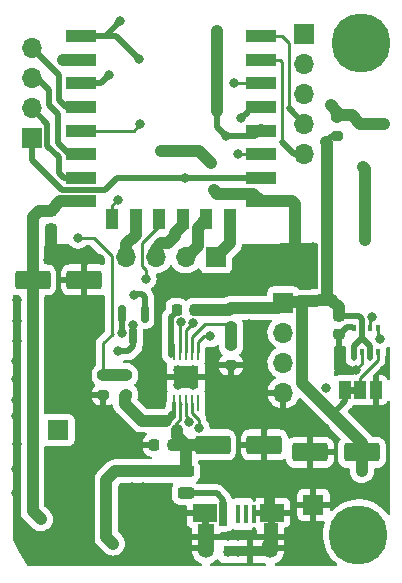
<source format=gbr>
%TF.GenerationSoftware,KiCad,Pcbnew,(6.0.0)*%
%TF.CreationDate,2022-01-25T23:20:27+01:00*%
%TF.ProjectId,esp-temp-thingi-pcb,6573702d-7465-46d7-902d-7468696e6769,rev?*%
%TF.SameCoordinates,Original*%
%TF.FileFunction,Copper,L1,Top*%
%TF.FilePolarity,Positive*%
%FSLAX46Y46*%
G04 Gerber Fmt 4.6, Leading zero omitted, Abs format (unit mm)*
G04 Created by KiCad (PCBNEW (6.0.0)) date 2022-01-25 23:20:27*
%MOMM*%
%LPD*%
G01*
G04 APERTURE LIST*
G04 Aperture macros list*
%AMRoundRect*
0 Rectangle with rounded corners*
0 $1 Rounding radius*
0 $2 $3 $4 $5 $6 $7 $8 $9 X,Y pos of 4 corners*
0 Add a 4 corners polygon primitive as box body*
4,1,4,$2,$3,$4,$5,$6,$7,$8,$9,$2,$3,0*
0 Add four circle primitives for the rounded corners*
1,1,$1+$1,$2,$3*
1,1,$1+$1,$4,$5*
1,1,$1+$1,$6,$7*
1,1,$1+$1,$8,$9*
0 Add four rect primitives between the rounded corners*
20,1,$1+$1,$2,$3,$4,$5,0*
20,1,$1+$1,$4,$5,$6,$7,0*
20,1,$1+$1,$6,$7,$8,$9,0*
20,1,$1+$1,$8,$9,$2,$3,0*%
G04 Aperture macros list end*
%TA.AperFunction,ComponentPad*%
%ADD10R,1.700000X1.700000*%
%TD*%
%TA.AperFunction,ComponentPad*%
%ADD11O,1.700000X1.700000*%
%TD*%
%TA.AperFunction,SMDPad,CuDef*%
%ADD12RoundRect,0.225000X-0.250000X0.225000X-0.250000X-0.225000X0.250000X-0.225000X0.250000X0.225000X0*%
%TD*%
%TA.AperFunction,SMDPad,CuDef*%
%ADD13RoundRect,0.243750X-0.456250X0.243750X-0.456250X-0.243750X0.456250X-0.243750X0.456250X0.243750X0*%
%TD*%
%TA.AperFunction,SMDPad,CuDef*%
%ADD14R,0.640000X2.030000*%
%TD*%
%TA.AperFunction,SMDPad,CuDef*%
%ADD15R,0.400000X1.650000*%
%TD*%
%TA.AperFunction,ComponentPad*%
%ADD16O,1.350000X1.700000*%
%TD*%
%TA.AperFunction,SMDPad,CuDef*%
%ADD17R,1.340000X2.315000*%
%TD*%
%TA.AperFunction,ComponentPad*%
%ADD18O,1.100000X1.500000*%
%TD*%
%TA.AperFunction,SMDPad,CuDef*%
%ADD19R,2.000000X1.500000*%
%TD*%
%TA.AperFunction,SMDPad,CuDef*%
%ADD20R,1.260000X2.345000*%
%TD*%
%TA.AperFunction,SMDPad,CuDef*%
%ADD21R,4.370000X0.910000*%
%TD*%
%TA.AperFunction,SMDPad,CuDef*%
%ADD22RoundRect,0.200000X-0.275000X0.200000X-0.275000X-0.200000X0.275000X-0.200000X0.275000X0.200000X0*%
%TD*%
%TA.AperFunction,SMDPad,CuDef*%
%ADD23R,2.500000X1.000000*%
%TD*%
%TA.AperFunction,SMDPad,CuDef*%
%ADD24R,1.000000X1.800000*%
%TD*%
%TA.AperFunction,SMDPad,CuDef*%
%ADD25RoundRect,0.250000X-1.250000X-0.550000X1.250000X-0.550000X1.250000X0.550000X-1.250000X0.550000X0*%
%TD*%
%TA.AperFunction,SMDPad,CuDef*%
%ADD26RoundRect,0.225000X0.225000X0.250000X-0.225000X0.250000X-0.225000X-0.250000X0.225000X-0.250000X0*%
%TD*%
%TA.AperFunction,ComponentPad*%
%ADD27C,5.000000*%
%TD*%
%TA.AperFunction,SMDPad,CuDef*%
%ADD28RoundRect,0.200000X0.275000X-0.200000X0.275000X0.200000X-0.275000X0.200000X-0.275000X-0.200000X0*%
%TD*%
%TA.AperFunction,SMDPad,CuDef*%
%ADD29R,0.350000X0.500000*%
%TD*%
%TA.AperFunction,SMDPad,CuDef*%
%ADD30R,1.000000X1.500000*%
%TD*%
%TA.AperFunction,SMDPad,CuDef*%
%ADD31R,0.279400X1.397000*%
%TD*%
%TA.AperFunction,SMDPad,CuDef*%
%ADD32R,2.159000X1.930400*%
%TD*%
%TA.AperFunction,SMDPad,CuDef*%
%ADD33RoundRect,0.218750X-0.218750X-0.256250X0.218750X-0.256250X0.218750X0.256250X-0.218750X0.256250X0*%
%TD*%
%TA.AperFunction,SMDPad,CuDef*%
%ADD34RoundRect,0.150000X-0.150000X0.587500X-0.150000X-0.587500X0.150000X-0.587500X0.150000X0.587500X0*%
%TD*%
%TA.AperFunction,SMDPad,CuDef*%
%ADD35RoundRect,0.250000X1.250000X0.550000X-1.250000X0.550000X-1.250000X-0.550000X1.250000X-0.550000X0*%
%TD*%
%TA.AperFunction,ViaPad*%
%ADD36C,0.800000*%
%TD*%
%TA.AperFunction,Conductor*%
%ADD37C,0.250000*%
%TD*%
%TA.AperFunction,Conductor*%
%ADD38C,1.000000*%
%TD*%
%TA.AperFunction,Conductor*%
%ADD39C,0.500000*%
%TD*%
%TA.AperFunction,Conductor*%
%ADD40C,0.300000*%
%TD*%
%TA.AperFunction,Conductor*%
%ADD41C,0.700000*%
%TD*%
G04 APERTURE END LIST*
%TO.C,JP1*%
G36*
X168662400Y-103627200D02*
G01*
X168162400Y-103627200D01*
X168162400Y-103027200D01*
X168662400Y-103027200D01*
X168662400Y-103627200D01*
G37*
%TD*%
D10*
%TO.P,J5,1,Pin_1*%
%TO.N,+3V3*%
X162560000Y-95895000D03*
D11*
%TO.P,J5,2,Pin_2*%
%TO.N,SDI*%
X162560000Y-98435000D03*
%TO.P,J5,3,Pin_3*%
%TO.N,SCK*%
X162560000Y-100975000D03*
%TO.P,J5,4,Pin_4*%
%TO.N,GND*%
X162560000Y-103515000D03*
%TD*%
D12*
%TO.P,C4,1*%
%TO.N,+3V3*%
X142875000Y-88125000D03*
%TO.P,C4,2*%
%TO.N,GND*%
X142875000Y-89675000D03*
%TD*%
D13*
%TO.P,F2,1*%
%TO.N,+5V*%
X154305000Y-110187500D03*
%TO.P,F2,2*%
%TO.N,Net-(F2-Pad2)*%
X154305000Y-112062500D03*
%TD*%
D14*
%TO.P,J6,1,VBUS*%
%TO.N,Net-(F2-Pad2)*%
X157425000Y-113805000D03*
D15*
%TO.P,J6,3,D+*%
%TO.N,unconnected-(J6-Pad3)*%
X158725000Y-113805000D03*
%TO.P,J6,4,ID*%
%TO.N,unconnected-(J6-Pad4)*%
X159375000Y-113805000D03*
%TO.P,J6,5,GND*%
%TO.N,GND*%
X160025000Y-113805000D03*
D16*
%TO.P,J6,6,Shield*%
X155995000Y-116685000D03*
D17*
X155995000Y-115755000D03*
D18*
X161145000Y-113685000D03*
D19*
X161625000Y-113685000D03*
D18*
X156305000Y-113685000D03*
D20*
X161475000Y-115755000D03*
D16*
X161455000Y-116685000D03*
D19*
X155875000Y-113705000D03*
D21*
X159685000Y-116955000D03*
%TD*%
D22*
%TO.P,R19,1*%
%TO.N,BAT*%
X147320000Y-102045000D03*
%TO.P,R19,2*%
%TO.N,GND*%
X147320000Y-103695000D03*
%TD*%
D10*
%TO.P,J1,1,Pin_1*%
%TO.N,Net-(J1-Pad1)*%
X156835000Y-92075000D03*
D11*
%TO.P,J1,2,Pin_2*%
%TO.N,Net-(J1-Pad2)*%
X154295000Y-92075000D03*
%TO.P,J1,3,Pin_3*%
%TO.N,BAT_CHARGE*%
X151755000Y-92075000D03*
%TO.P,J1,4,Pin_4*%
%TO.N,Net-(J1-Pad4)*%
X149215000Y-92075000D03*
%TD*%
D23*
%TO.P,U2,1,~{RST}*%
%TO.N,RST*%
X145435000Y-73335000D03*
%TO.P,U2,2,ADC*%
%TO.N,BAT*%
X145435000Y-75335000D03*
%TO.P,U2,3,EN*%
%TO.N,Net-(R3-Pad2)*%
X145435000Y-77335000D03*
%TO.P,U2,4,GPIO16*%
%TO.N,Net-(J4-Pad4)*%
X145435000Y-79335000D03*
%TO.P,U2,5,GPIO14*%
%TO.N,SCK*%
X145435000Y-81335000D03*
%TO.P,U2,6,GPIO12*%
%TO.N,Net-(J4-Pad3)*%
X145435000Y-83335000D03*
%TO.P,U2,7,GPIO13*%
%TO.N,Net-(J4-Pad2)*%
X145435000Y-85335000D03*
%TO.P,U2,8,VCC*%
%TO.N,+3V3*%
X145435000Y-87335000D03*
D24*
%TO.P,U2,9,CS0*%
%TO.N,Net-(R1-Pad2)*%
X148035000Y-88835000D03*
%TO.P,U2,10,MISO*%
%TO.N,Net-(J1-Pad4)*%
X150035000Y-88835000D03*
%TO.P,U2,11,GPIO9*%
%TO.N,EN_BUCK_MC*%
X152035000Y-88835000D03*
%TO.P,U2,12,GPIO10*%
%TO.N,BAT_CHARGE*%
X154035000Y-88835000D03*
%TO.P,U2,13,MOSI*%
%TO.N,Net-(J1-Pad2)*%
X156035000Y-88835000D03*
%TO.P,U2,14,SCLK*%
%TO.N,Net-(J1-Pad1)*%
X158035000Y-88835000D03*
D23*
%TO.P,U2,15,GND*%
%TO.N,GND*%
X160635000Y-87335000D03*
%TO.P,U2,16,GPIO15*%
%TO.N,Net-(J4-Pad1)*%
X160635000Y-85335000D03*
%TO.P,U2,17,GPIO2*%
%TO.N,SDI*%
X160635000Y-83335000D03*
%TO.P,U2,18,GPIO0*%
%TO.N,BOOT0*%
X160635000Y-81335000D03*
%TO.P,U2,19,GPIO4*%
%TO.N,BTN_1*%
X160635000Y-79335000D03*
%TO.P,U2,20,GPIO5*%
%TO.N,BTN_2*%
X160635000Y-77335000D03*
%TO.P,U2,21,GPIO3/RXD*%
%TO.N,RXD*%
X160635000Y-75335000D03*
%TO.P,U2,22,GPIO1/TXD*%
%TO.N,TXD*%
X160635000Y-73335000D03*
%TD*%
D25*
%TO.P,C3,1*%
%TO.N,+3V3*%
X141310000Y-93980000D03*
%TO.P,C3,2*%
%TO.N,GND*%
X145710000Y-93980000D03*
%TD*%
D10*
%TO.P,J2,1,Pin_1*%
%TO.N,Net-(F1-Pad2)*%
X143510000Y-106680000D03*
%TD*%
D26*
%TO.P,C2,1*%
%TO.N,+5V*%
X153175000Y-107950000D03*
%TO.P,C2,2*%
%TO.N,GND*%
X151625000Y-107950000D03*
%TD*%
D25*
%TO.P,C1,1*%
%TO.N,+5V*%
X156550000Y-107950000D03*
%TO.P,C1,2*%
%TO.N,GND*%
X160950000Y-107950000D03*
%TD*%
D27*
%TO.P,REF\u002A\u002A,1*%
%TO.N,N/C*%
X169113200Y-73964800D03*
%TD*%
D28*
%TO.P,R18,1*%
%TO.N,+BATT*%
X149225000Y-103695000D03*
%TO.P,R18,2*%
%TO.N,BAT*%
X149225000Y-102045000D03*
%TD*%
%TO.P,R17,1*%
%TO.N,+3V3*%
X167081200Y-81825600D03*
%TO.P,R17,2*%
%TO.N,BTN_2*%
X167081200Y-80175600D03*
%TD*%
D29*
%TO.P,U4,1,GND*%
%TO.N,GND*%
X168570000Y-98035000D03*
%TO.P,U4,2,CSB*%
%TO.N,+3V3*%
X169220000Y-98035000D03*
%TO.P,U4,3,SDI*%
%TO.N,SDI*%
X169870000Y-98035000D03*
%TO.P,U4,4,SCK*%
%TO.N,SCK*%
X170520000Y-98035000D03*
%TO.P,U4,5,SDO*%
%TO.N,Net-(JP1-Pad2)*%
X170520000Y-100085000D03*
%TO.P,U4,6,VDDIO*%
%TO.N,+3V3*%
X169870000Y-100085000D03*
%TO.P,U4,7,GND*%
%TO.N,GND*%
X169220000Y-100085000D03*
%TO.P,U4,8,VDD*%
%TO.N,+3V3*%
X168570000Y-100085000D03*
%TD*%
D30*
%TO.P,JP1,1,A*%
%TO.N,+3V3*%
X167762400Y-103327200D03*
%TO.P,JP1,2,C*%
%TO.N,Net-(JP1-Pad2)*%
X169062400Y-103327200D03*
%TO.P,JP1,3,B*%
%TO.N,GND*%
X170362400Y-103327200D03*
%TD*%
D12*
%TO.P,C8,1*%
%TO.N,+3V3*%
X167233600Y-97040400D03*
%TO.P,C8,2*%
%TO.N,GND*%
X167233600Y-98590400D03*
%TD*%
D22*
%TO.P,R15,1*%
%TO.N,Net-(R14-Pad2)*%
X158115000Y-99505000D03*
%TO.P,R15,2*%
%TO.N,GND*%
X158115000Y-101155000D03*
%TD*%
D31*
%TO.P,U1,1,BAT*%
%TO.N,+BATT*%
X153304240Y-104419400D03*
%TO.P,U1,2,VCC*%
%TO.N,+5V*%
X153804620Y-104419400D03*
%TO.P,U1,3,EN_CHRG*%
%TO.N,Net-(R6-Pad2)*%
X154305000Y-104419400D03*
%TO.P,U1,4,PROG*%
%TO.N,Net-(R12-Pad1)*%
X154805380Y-104419400D03*
%TO.P,U1,5,ACPR*%
%TO.N,BAT_DEEP_DISCHARGE*%
X155305760Y-104419400D03*
%TO.P,U1,6,CHRG*%
%TO.N,BAT_CHARGE*%
X155305760Y-100050600D03*
%TO.P,U1,7,FB*%
%TO.N,Net-(R14-Pad2)*%
X154805380Y-100050600D03*
%TO.P,U1,8,MODE*%
%TO.N,Net-(R10-Pad1)*%
X154305000Y-100050600D03*
%TO.P,U1,9,EN_BUCK*%
%TO.N,EN_BUCK*%
X153804620Y-100050600D03*
%TO.P,U1,10,SW*%
%TO.N,Net-(L1-Pad1)*%
X153304240Y-100050600D03*
D32*
%TO.P,U1,11,GND*%
%TO.N,GND*%
X154305000Y-102235000D03*
%TD*%
D33*
%TO.P,L1,1,1*%
%TO.N,Net-(L1-Pad1)*%
X153517500Y-96520000D03*
%TO.P,L1,2,2*%
%TO.N,+3V3*%
X155092500Y-96520000D03*
%TD*%
D10*
%TO.P,J7,1,Pin_1*%
%TO.N,GND*%
X164338000Y-73126600D03*
D11*
%TO.P,J7,2,Pin_2*%
%TO.N,CTS*%
X164338000Y-75666600D03*
%TO.P,J7,3,Pin_3*%
%TO.N,unconnected-(J7-Pad3)*%
X164338000Y-78206600D03*
%TO.P,J7,4,Pin_4*%
%TO.N,TXD*%
X164338000Y-80746600D03*
%TO.P,J7,5,Pin_5*%
%TO.N,RXD*%
X164338000Y-83286600D03*
%TD*%
D22*
%TO.P,R14,1*%
%TO.N,+3V3*%
X158115000Y-96330000D03*
%TO.P,R14,2*%
%TO.N,Net-(R14-Pad2)*%
X158115000Y-97980000D03*
%TD*%
D34*
%TO.P,Q1,1,B*%
%TO.N,Net-(Q1-Pad1)*%
X150810000Y-96852500D03*
%TO.P,Q1,2,E*%
%TO.N,Net-(Q1-Pad2)*%
X148910000Y-96852500D03*
%TO.P,Q1,3,C*%
%TO.N,EN_BUCK*%
X149860000Y-98727500D03*
%TD*%
D10*
%TO.P,J4,1,Pin_1*%
%TO.N,Net-(J4-Pad1)*%
X141274800Y-82006600D03*
D11*
%TO.P,J4,2,Pin_2*%
%TO.N,Net-(J4-Pad2)*%
X141274800Y-79466600D03*
%TO.P,J4,3,Pin_3*%
%TO.N,Net-(J4-Pad3)*%
X141274800Y-76926600D03*
%TO.P,J4,4,Pin_4*%
%TO.N,Net-(J4-Pad4)*%
X141274800Y-74386600D03*
%TD*%
D35*
%TO.P,C5,1*%
%TO.N,+3V3*%
X169205000Y-108585000D03*
%TO.P,C5,2*%
%TO.N,GND*%
X164805000Y-108585000D03*
%TD*%
D27*
%TO.P,,1*%
%TO.N,N/C*%
X168910000Y-115570000D03*
%TD*%
D10*
%TO.P,J3,1,Pin_1*%
%TO.N,GND*%
X165100000Y-113030000D03*
%TD*%
D36*
%TO.N,+5V*%
X152550100Y-110187500D03*
X148132800Y-116306600D03*
%TO.N,GND*%
X139928600Y-100888800D03*
X170764200Y-111912400D03*
X157861000Y-115646200D03*
X151942800Y-103352600D03*
X159613600Y-97713800D03*
X139928600Y-102362000D03*
X151917400Y-102057200D03*
X163449000Y-116052600D03*
X164896800Y-105943400D03*
X139954000Y-112039400D03*
X147040600Y-92252800D03*
X169265600Y-105333800D03*
X142925800Y-103530400D03*
X157861000Y-117017800D03*
X153670000Y-102870000D03*
X150672800Y-101701600D03*
X165100000Y-91211400D03*
X158750000Y-115646200D03*
X159232600Y-94691200D03*
X153873200Y-116433600D03*
X159588200Y-102362000D03*
X149199600Y-107772200D03*
X159588200Y-100888800D03*
X153797000Y-115443000D03*
X142392400Y-117170200D03*
X157099000Y-103962200D03*
X162788600Y-105892600D03*
X151155400Y-102666800D03*
X139928600Y-104140000D03*
X159232600Y-93395800D03*
X149733000Y-111531400D03*
X165100000Y-92049600D03*
X150926800Y-104038400D03*
X148818600Y-106654600D03*
X171094400Y-101600000D03*
X159613600Y-99187000D03*
X154940000Y-101600000D03*
X159639000Y-117017800D03*
X151917400Y-101041200D03*
X140055600Y-114477800D03*
X145669000Y-110718600D03*
X143484600Y-95732600D03*
X140716000Y-116230400D03*
X140004800Y-95681800D03*
X169443400Y-90601800D03*
X167259000Y-98602800D03*
X140004800Y-107873800D03*
X158750000Y-117017800D03*
X142925800Y-102285800D03*
X151968200Y-104343200D03*
X145973800Y-109677200D03*
X170256200Y-105333800D03*
X139928600Y-105537000D03*
X142900400Y-104444800D03*
X167309800Y-99974400D03*
X142925800Y-100990400D03*
X165074600Y-117678200D03*
X149072600Y-111582200D03*
X163652200Y-105867200D03*
X162204400Y-110032800D03*
X143027400Y-97282000D03*
X166166800Y-103098600D03*
X158216600Y-103987600D03*
X160629600Y-110032800D03*
X170688000Y-106705400D03*
X143941800Y-117068600D03*
X167665400Y-112090200D03*
X161010600Y-105867200D03*
X168681400Y-101574600D03*
X153670000Y-101600000D03*
X142976600Y-98298000D03*
X147167600Y-117779800D03*
X158978600Y-109982000D03*
X156413200Y-84074000D03*
X158267400Y-102387400D03*
X153746200Y-114655600D03*
X154940000Y-102870000D03*
X150114000Y-108686600D03*
X144246600Y-92100400D03*
X143281400Y-91490800D03*
X165100000Y-92887800D03*
X139954000Y-110032800D03*
X152120600Y-117678200D03*
X159512000Y-105841800D03*
X167233600Y-101117400D03*
X151104600Y-100457000D03*
X144780000Y-117779800D03*
X145770600Y-91694000D03*
X143357600Y-109524800D03*
X166039800Y-106502200D03*
X163372800Y-117703600D03*
X157073600Y-102387400D03*
X157759400Y-94767400D03*
X139979400Y-97434400D03*
X153898600Y-117551200D03*
X165049200Y-116078000D03*
X152196800Y-83032600D03*
X142646400Y-92329000D03*
X169330000Y-84441400D03*
X145059400Y-97358200D03*
X142951200Y-99542600D03*
X159588200Y-103962200D03*
X156641800Y-86410800D03*
X157251400Y-110007400D03*
X143967200Y-97358200D03*
X150647400Y-111556800D03*
X159639000Y-115646200D03*
X163550600Y-91795600D03*
X143256000Y-110515400D03*
X149123400Y-117652800D03*
X139979400Y-99161600D03*
X145491200Y-95885000D03*
%TO.N,+3V3*%
X166166800Y-82321400D03*
X169189400Y-110185200D03*
X142011400Y-114249200D03*
X143665000Y-87335000D03*
%TO.N,+BATT*%
X149123400Y-104470200D03*
%TO.N,BAT_CHARGE*%
X156362400Y-98755200D03*
%TO.N,SDI*%
X158673800Y-83362800D03*
X170027600Y-97155000D03*
%TO.N,SCK*%
X170764200Y-98983800D03*
X150444200Y-80797400D03*
%TO.N,Net-(J4-Pad1)*%
X154190100Y-85335000D03*
%TO.N,EN_BUCK*%
X149860000Y-97790000D03*
X148513800Y-100025200D03*
X153898600Y-97586800D03*
%TO.N,Net-(R1-Pad2)*%
X148513800Y-87198200D03*
%TO.N,Net-(R3-Pad2)*%
X147828000Y-76631800D03*
%TO.N,EN_BUCK_MC*%
X150901400Y-93903800D03*
%TO.N,Net-(R6-Pad2)*%
X154533600Y-105994200D03*
%TO.N,RST*%
X150368000Y-75285600D03*
X148756000Y-72098800D03*
%TO.N,Net-(R10-Pad1)*%
X154895158Y-97663458D03*
%TO.N,BOOT0*%
X157657800Y-81788000D03*
X156946600Y-72923400D03*
%TO.N,Net-(R12-Pad1)*%
X155397200Y-106527600D03*
%TO.N,BTN_1*%
X158978600Y-80284500D03*
%TO.N,BTN_2*%
X158394400Y-77343000D03*
X171030000Y-80760200D03*
X166547800Y-79197200D03*
%TO.N,BAT*%
X145161000Y-90424000D03*
X143891000Y-75336400D03*
%TO.N,Net-(Q1-Pad1)*%
X149936200Y-95275400D03*
%TO.N,Net-(Q1-Pad2)*%
X148869400Y-98437100D03*
%TD*%
D37*
%TO.N,+5V*%
X153836520Y-104451300D02*
X153836520Y-105765595D01*
D38*
X147574000Y-115747800D02*
X148132800Y-116306600D01*
X147650200Y-110845600D02*
X147574000Y-110921800D01*
X154305000Y-110187500D02*
X154305000Y-107975400D01*
X147574000Y-115519200D02*
X147574000Y-115747800D01*
X153175000Y-107950000D02*
X154279600Y-107950000D01*
X153568400Y-107238800D02*
X153568400Y-106649177D01*
X154305000Y-110187500D02*
X152550100Y-110187500D01*
X154305000Y-107975400D02*
X153568400Y-107238800D01*
X154279600Y-107950000D02*
X154305000Y-107975400D01*
X154279600Y-107950000D02*
X156550000Y-107950000D01*
X152550100Y-110187500D02*
X148308300Y-110187500D01*
D37*
X153804620Y-104419400D02*
X153840789Y-104455569D01*
X153804620Y-104419400D02*
X153836520Y-104451300D01*
D38*
X147574000Y-110921800D02*
X147574000Y-115519200D01*
D37*
X153836520Y-105765595D02*
X153441395Y-106160720D01*
D38*
X148308300Y-110187500D02*
X147650200Y-110845600D01*
D37*
X153441395Y-106522172D02*
X153568400Y-106649177D01*
X153441395Y-106160720D02*
X153441395Y-106522172D01*
D38*
%TO.N,GND*%
X142875000Y-91084400D02*
X143281400Y-91490800D01*
X142875000Y-89675000D02*
X142875000Y-91084400D01*
X160635000Y-87335000D02*
X163306400Y-87335000D01*
X163306400Y-87335000D02*
X163550600Y-87579200D01*
D39*
X167970200Y-97993200D02*
X168402000Y-97993200D01*
D38*
X155371800Y-83032600D02*
X156413200Y-84074000D01*
D37*
X169220000Y-101036000D02*
X168681400Y-101574600D01*
D38*
X163550600Y-87579200D02*
X163550600Y-91795600D01*
D37*
X169220000Y-100085000D02*
X169220000Y-101036000D01*
D39*
X167233600Y-98590400D02*
X167373000Y-98590400D01*
X167373000Y-98590400D02*
X167970200Y-97993200D01*
D38*
X156641800Y-86410800D02*
X156921200Y-86690200D01*
X159990200Y-86690200D02*
X160635000Y-87335000D01*
X152196800Y-83032600D02*
X155371800Y-83032600D01*
X169443400Y-84554800D02*
X169330000Y-84441400D01*
X156921200Y-86690200D02*
X159990200Y-86690200D01*
X169443400Y-90601800D02*
X169443400Y-84554800D01*
%TO.N,+3V3*%
X166217600Y-82372200D02*
X166166800Y-82321400D01*
X169205000Y-107787800D02*
X169205000Y-108585000D01*
D39*
X166662600Y-81825600D02*
X166166800Y-82321400D01*
D38*
X167182800Y-105765600D02*
X166712900Y-105295700D01*
X158115000Y-96330000D02*
X162125000Y-96330000D01*
D39*
X168570000Y-100085000D02*
X168570000Y-99537400D01*
D38*
X164109511Y-102692311D02*
X164109511Y-95935449D01*
X141310000Y-113547800D02*
X142011400Y-114249200D01*
D39*
X169870000Y-99537400D02*
X169220000Y-98887400D01*
D38*
X167182800Y-105765600D02*
X169205000Y-107787800D01*
X141821200Y-88125000D02*
X142875000Y-88125000D01*
X141310000Y-88636200D02*
X141821200Y-88125000D01*
X169205000Y-108585000D02*
X168656000Y-108585000D01*
D39*
X169870000Y-100085000D02*
X169870000Y-100556209D01*
D38*
X162125000Y-96330000D02*
X162560000Y-95895000D01*
X141310000Y-93980000D02*
X141310000Y-88636200D01*
X166712900Y-105295700D02*
X164109511Y-102692311D01*
X166700200Y-95681800D02*
X166700200Y-95732600D01*
X141310000Y-93980000D02*
X141310000Y-113547800D01*
D39*
X167081200Y-81825600D02*
X166662600Y-81825600D01*
D38*
X164109511Y-95935449D02*
X164236280Y-95808680D01*
X162560000Y-95895000D02*
X164236280Y-95808680D01*
X145435000Y-87335000D02*
X143665000Y-87335000D01*
D39*
X169189400Y-97307400D02*
X168922400Y-97040400D01*
D38*
X169205000Y-108585000D02*
X169205000Y-110169600D01*
D39*
X169220000Y-98035000D02*
X169220000Y-97726591D01*
D38*
X167259000Y-96291400D02*
X167259000Y-97015000D01*
D39*
X169220000Y-98887400D02*
X169220000Y-98035000D01*
X169870000Y-100085000D02*
X169870000Y-99537400D01*
D38*
X143665000Y-87335000D02*
X142875000Y-88125000D01*
X167259000Y-97015000D02*
X167233600Y-97040400D01*
D39*
X169202191Y-97726591D02*
X169189400Y-97713800D01*
X168570000Y-99537400D02*
X169220000Y-98887400D01*
D38*
X157925000Y-96520000D02*
X158115000Y-96330000D01*
X155092500Y-96520000D02*
X157925000Y-96520000D01*
D39*
X167762400Y-103327200D02*
X167762400Y-104246200D01*
D38*
X166217600Y-95554800D02*
X166217600Y-82372200D01*
X164236280Y-95808680D02*
X166700200Y-95681800D01*
X168656000Y-108585000D02*
X168376600Y-108305600D01*
D39*
X169189400Y-97713800D02*
X169189400Y-97307400D01*
D38*
X166700200Y-95732600D02*
X167259000Y-96291400D01*
X169205000Y-110169600D02*
X169189400Y-110185200D01*
X166700200Y-95681800D02*
X166344600Y-95681800D01*
X169205000Y-108585000D02*
X169468800Y-108585000D01*
D39*
X168922400Y-97040400D02*
X167233600Y-97040400D01*
D38*
X166344600Y-95681800D02*
X166217600Y-95554800D01*
D39*
X168570000Y-100609400D02*
X168570000Y-100085000D01*
X167762400Y-104246200D02*
X166712900Y-105295700D01*
X169220000Y-97726591D02*
X169202191Y-97726591D01*
D40*
%TO.N,+BATT*%
X153304240Y-105242360D02*
X153162000Y-105384600D01*
D41*
X153162000Y-105384600D02*
X153162000Y-105486200D01*
D38*
X149123400Y-104470200D02*
X149123400Y-103796600D01*
X150545800Y-105892600D02*
X152628600Y-105892600D01*
D40*
X153304240Y-104419400D02*
X153304240Y-105242360D01*
D37*
X152755600Y-105892600D02*
X152628600Y-105892600D01*
D38*
X149123400Y-104470200D02*
X150545800Y-105892600D01*
X149123400Y-103796600D02*
X149225000Y-103695000D01*
D37*
X152781000Y-105867200D02*
X152755600Y-105892600D01*
D41*
X153162000Y-105486200D02*
X152781000Y-105867200D01*
D39*
%TO.N,Net-(F2-Pad2)*%
X156893500Y-112062500D02*
X154305000Y-112062500D01*
X157425000Y-113805000D02*
X157425000Y-112594000D01*
X157425000Y-112594000D02*
X156893500Y-112062500D01*
D38*
%TO.N,Net-(J1-Pad1)*%
X158035000Y-90875000D02*
X156835000Y-92075000D01*
X158035000Y-88835000D02*
X158035000Y-90875000D01*
%TO.N,Net-(J1-Pad2)*%
X156035000Y-88835000D02*
X155285489Y-89584511D01*
X155285489Y-91084511D02*
X154295000Y-92075000D01*
X155285489Y-89584511D02*
X155285489Y-91084511D01*
%TO.N,BAT_CHARGE*%
X152222200Y-90881200D02*
X151755000Y-91348400D01*
D37*
X155676600Y-98882200D02*
X155803600Y-98755200D01*
D38*
X151755000Y-91348400D02*
X151755000Y-92075000D01*
X154035000Y-89373200D02*
X153416000Y-89992200D01*
X153416000Y-89992200D02*
X153416000Y-90253022D01*
X153416000Y-90253022D02*
X152787822Y-90881200D01*
D37*
X155803600Y-98755200D02*
X156362400Y-98755200D01*
D38*
X152787822Y-90881200D02*
X152222200Y-90881200D01*
X154035000Y-88835000D02*
X154035000Y-89373200D01*
D37*
X155305760Y-99253040D02*
X155676600Y-98882200D01*
X155305760Y-100050600D02*
X155305760Y-99253040D01*
D38*
%TO.N,Net-(J1-Pad4)*%
X149215000Y-92075000D02*
X149215000Y-90967400D01*
X150035000Y-90147400D02*
X150035000Y-88835000D01*
X149215000Y-90967400D02*
X150035000Y-90147400D01*
D39*
%TO.N,Net-(J4-Pad2)*%
X145426000Y-85344000D02*
X145435000Y-85335000D01*
X143535400Y-83591400D02*
X143535400Y-84937600D01*
X142574311Y-80766111D02*
X142574311Y-82630311D01*
X143535400Y-84937600D02*
X143941800Y-85344000D01*
X141274800Y-79466600D02*
X142574311Y-80766111D01*
X143941800Y-85344000D02*
X145426000Y-85344000D01*
X142574311Y-82630311D02*
X143535400Y-83591400D01*
%TO.N,Net-(J4-Pad4)*%
X144130400Y-79335000D02*
X145435000Y-79335000D01*
X141605000Y-74285000D02*
X141605000Y-74676000D01*
X141605000Y-74676000D02*
X143535400Y-76606400D01*
X143535400Y-78740000D02*
X144130400Y-79335000D01*
X143535400Y-76606400D02*
X143535400Y-78740000D01*
D37*
%TO.N,SDI*%
X160607200Y-83362800D02*
X160635000Y-83335000D01*
X170027600Y-97155000D02*
X169870000Y-97175200D01*
X169870000Y-97175200D02*
X169870000Y-98035000D01*
X158673800Y-83362800D02*
X160607200Y-83362800D01*
%TO.N,SCK*%
X145481600Y-81381600D02*
X145435000Y-81335000D01*
X170520000Y-98739600D02*
X170764200Y-98983800D01*
X145435000Y-81335000D02*
X149906600Y-81335000D01*
X149906600Y-81335000D02*
X150444200Y-80797400D01*
X170520000Y-98035000D02*
X170520000Y-98739600D01*
%TO.N,TXD*%
X163042600Y-73939400D02*
X162438200Y-73335000D01*
X162438200Y-73335000D02*
X160635000Y-73335000D01*
D39*
X164338000Y-80746600D02*
X163042600Y-79451200D01*
D37*
X163042600Y-79451200D02*
X163042600Y-73939400D01*
%TO.N,RXD*%
X162468081Y-82331081D02*
X162468081Y-75498481D01*
X162304600Y-75335000D02*
X160635000Y-75335000D01*
D39*
X164338000Y-83286600D02*
X163423600Y-83286600D01*
X163423600Y-83286600D02*
X162468081Y-82331081D01*
D37*
X162468081Y-75498481D02*
X162304600Y-75335000D01*
%TO.N,Net-(JP1-Pad2)*%
X170510200Y-100094800D02*
X170520000Y-100085000D01*
X169062400Y-102260400D02*
X170520000Y-100802800D01*
X169062400Y-103327200D02*
X169062400Y-102260400D01*
X170520000Y-100802800D02*
X170520000Y-100085000D01*
D39*
%TO.N,Net-(L1-Pad1)*%
X153517500Y-96672500D02*
X153035000Y-97155000D01*
X153517500Y-96520000D02*
X153517500Y-96672500D01*
X153035000Y-97155000D02*
X153035000Y-100330000D01*
%TO.N,Net-(J4-Pad1)*%
X143810978Y-86360000D02*
X147472400Y-86360000D01*
X148497400Y-85335000D02*
X154314000Y-85335000D01*
X147472400Y-86360000D02*
X148497400Y-85335000D01*
X141274800Y-82006600D02*
X141274800Y-83823822D01*
X141274800Y-83823822D02*
X143810978Y-86360000D01*
X154314000Y-85335000D02*
X160635000Y-85335000D01*
X154314000Y-85335000D02*
X154190100Y-85335000D01*
%TO.N,Net-(J4-Pad3)*%
X144422000Y-83335000D02*
X143459200Y-82372200D01*
X142697200Y-79171800D02*
X142697200Y-77917200D01*
X145435000Y-83335000D02*
X144422000Y-83335000D01*
X143459200Y-79933800D02*
X142697200Y-79171800D01*
X142697200Y-77917200D02*
X141605000Y-76825000D01*
X143459200Y-82372200D02*
X143459200Y-79933800D01*
%TO.N,EN_BUCK*%
X148513800Y-100025200D02*
X149402800Y-100025200D01*
D37*
X149860000Y-98727500D02*
X149811500Y-98727500D01*
X149860000Y-97790000D02*
X149860000Y-98727500D01*
X153804620Y-97869880D02*
X153804620Y-100050600D01*
X153898600Y-97586800D02*
X153804620Y-97869880D01*
D39*
X149860000Y-99568000D02*
X149860000Y-98727500D01*
X149402800Y-100025200D02*
X149860000Y-99568000D01*
D37*
%TO.N,Net-(R1-Pad2)*%
X148035000Y-87677000D02*
X148513800Y-87198200D01*
X148035000Y-88835000D02*
X148035000Y-87677000D01*
D39*
%TO.N,Net-(R3-Pad2)*%
X147124800Y-77335000D02*
X147828000Y-76631800D01*
X145435000Y-77335000D02*
X147124800Y-77335000D01*
D37*
%TO.N,EN_BUCK_MC*%
X150580489Y-92795489D02*
X150901400Y-93116400D01*
X152035000Y-88835000D02*
X152035000Y-89417400D01*
X152035000Y-89417400D02*
X150580489Y-90871911D01*
X150580489Y-90871911D02*
X150580489Y-92795489D01*
X150901400Y-93116400D02*
X150901400Y-93903800D01*
%TO.N,Net-(R6-Pad2)*%
X154305000Y-105448647D02*
X154305000Y-104419400D01*
X154533600Y-105994200D02*
X154305000Y-105448647D01*
D39*
%TO.N,RST*%
X147519800Y-73335000D02*
X148417400Y-73335000D01*
X145435000Y-73335000D02*
X147519800Y-73335000D01*
X147519800Y-73335000D02*
X148756000Y-72098800D01*
X148417400Y-73335000D02*
X150368000Y-75285600D01*
D37*
%TO.N,Net-(R10-Pad1)*%
X154305000Y-98394114D02*
X154305000Y-98253616D01*
X154305000Y-98253616D02*
X154895158Y-97663458D01*
X154305000Y-100050600D02*
X154305000Y-98394114D01*
D39*
%TO.N,BOOT0*%
X160182000Y-81788000D02*
X160635000Y-81335000D01*
D38*
X156921200Y-72948800D02*
X156946600Y-72923400D01*
D39*
X156921200Y-81051400D02*
X156921200Y-79679800D01*
X157657800Y-81788000D02*
X156921200Y-81051400D01*
D38*
X156921200Y-74523600D02*
X156921200Y-72948800D01*
D39*
X157657800Y-81788000D02*
X160182000Y-81788000D01*
D38*
X160630800Y-81330800D02*
X160635000Y-81335000D01*
X156921200Y-79679800D02*
X156921200Y-74523600D01*
D37*
%TO.N,Net-(R12-Pad1)*%
X155397200Y-105833186D02*
X155397200Y-106527600D01*
X154841549Y-104455569D02*
X154841549Y-105277535D01*
X154841549Y-105277535D02*
X155397200Y-105833186D01*
X154805380Y-104419400D02*
X154841549Y-104455569D01*
%TO.N,Net-(R14-Pad2)*%
X154805380Y-98777850D02*
X155879800Y-97703430D01*
X157734000Y-97688400D02*
X158127200Y-98081600D01*
X154805380Y-100050600D02*
X154805380Y-98777850D01*
X155879800Y-97688400D02*
X157721800Y-97688400D01*
D38*
X158115000Y-97980000D02*
X158115000Y-99505000D01*
D39*
%TO.N,BTN_1*%
X159346900Y-79921100D02*
X158983500Y-80284500D01*
X158983500Y-80284500D02*
X158978600Y-80284500D01*
X159933000Y-79335000D02*
X159346900Y-79921100D01*
X160635000Y-79335000D02*
X159933000Y-79335000D01*
D38*
%TO.N,BTN_2*%
X167246800Y-80010000D02*
X167081200Y-80175600D01*
D37*
X160693800Y-77393800D02*
X160635000Y-77335000D01*
X158394400Y-77343000D02*
X160627000Y-77343000D01*
D38*
X168325800Y-80010000D02*
X167246800Y-80010000D01*
X169076000Y-80760200D02*
X168325800Y-80010000D01*
X171030000Y-80760200D02*
X169076000Y-80760200D01*
X167081200Y-79730600D02*
X166547800Y-79197200D01*
X167081200Y-80175600D02*
X167081200Y-79730600D01*
D37*
X160627000Y-77343000D02*
X160635000Y-77335000D01*
%TO.N,BAT*%
X148107400Y-98552000D02*
X148040489Y-98485089D01*
X146507200Y-90424000D02*
X145161000Y-90424000D01*
X147320000Y-102045000D02*
X147320000Y-99339400D01*
X147396200Y-91313000D02*
X146507200Y-90424000D01*
D38*
X145435000Y-75335000D02*
X143892400Y-75335000D01*
D37*
X147320000Y-99339400D02*
X148107400Y-98552000D01*
D38*
X143892400Y-75335000D02*
X143891000Y-75336400D01*
D37*
X148040489Y-91957289D02*
X147396200Y-91313000D01*
X148040489Y-98485089D02*
X148040489Y-91957289D01*
D38*
X147320000Y-102045000D02*
X149225000Y-102045000D01*
D39*
%TO.N,Net-(Q1-Pad1)*%
X150545800Y-95173800D02*
X150037800Y-95173800D01*
X150810000Y-96852500D02*
X150810000Y-95438000D01*
X150037800Y-95173800D02*
X149936200Y-95275400D01*
X150810000Y-95438000D02*
X150545800Y-95173800D01*
%TO.N,Net-(Q1-Pad2)*%
X148869400Y-96893100D02*
X148910000Y-96852500D01*
X148869400Y-98437100D02*
X148869400Y-96893100D01*
%TD*%
%TA.AperFunction,Conductor*%
%TO.N,GND*%
G36*
X165436019Y-90916070D02*
G01*
X165482638Y-90969616D01*
X165494148Y-91022228D01*
X165494148Y-94614392D01*
X165474146Y-94682513D01*
X165420490Y-94729006D01*
X165374630Y-94740225D01*
X164275321Y-94796833D01*
X164255244Y-94796263D01*
X164246891Y-94795356D01*
X164216692Y-94797998D01*
X164167392Y-94802311D01*
X164162891Y-94802623D01*
X164147516Y-94803415D01*
X164134713Y-94804074D01*
X164134708Y-94804074D01*
X163942015Y-94813997D01*
X163872956Y-94797525D01*
X163834709Y-94763729D01*
X163829961Y-94757393D01*
X163773261Y-94681739D01*
X163656705Y-94594385D01*
X163520316Y-94543255D01*
X163458134Y-94536500D01*
X161661866Y-94536500D01*
X161599684Y-94543255D01*
X161463295Y-94594385D01*
X161346739Y-94681739D01*
X161259385Y-94798295D01*
X161208255Y-94934684D01*
X161201500Y-94996866D01*
X161201500Y-95195500D01*
X161181498Y-95263621D01*
X161127842Y-95310114D01*
X161075500Y-95321500D01*
X158176850Y-95321500D01*
X158163242Y-95320763D01*
X158162662Y-95320700D01*
X158125612Y-95316675D01*
X158075570Y-95321053D01*
X158070788Y-95321379D01*
X158068310Y-95321500D01*
X158065231Y-95321500D01*
X158062177Y-95321799D01*
X158062166Y-95321800D01*
X158022529Y-95325687D01*
X158021215Y-95325809D01*
X157985688Y-95328917D01*
X157928587Y-95333913D01*
X157923468Y-95335400D01*
X157918167Y-95335920D01*
X157829166Y-95362791D01*
X157828033Y-95363126D01*
X157744586Y-95387370D01*
X157744582Y-95387372D01*
X157738664Y-95389091D01*
X157733932Y-95391544D01*
X157728831Y-95393084D01*
X157723388Y-95395978D01*
X157646740Y-95436731D01*
X157645576Y-95437342D01*
X157601338Y-95460274D01*
X157581031Y-95468644D01*
X157570696Y-95471883D01*
X157553550Y-95477256D01*
X157553548Y-95477257D01*
X157546301Y-95479528D01*
X157539805Y-95483462D01*
X157539803Y-95483463D01*
X157523600Y-95493276D01*
X157458329Y-95511500D01*
X155042731Y-95511500D01*
X155039675Y-95511800D01*
X155039668Y-95511800D01*
X154981160Y-95517537D01*
X154895667Y-95525920D01*
X154889768Y-95527701D01*
X154889763Y-95527702D01*
X154878437Y-95531122D01*
X154842019Y-95536500D01*
X154825428Y-95536500D01*
X154822182Y-95536837D01*
X154822178Y-95536837D01*
X154788397Y-95540342D01*
X154724018Y-95547022D01*
X154563151Y-95600692D01*
X154418945Y-95689929D01*
X154394113Y-95714805D01*
X154331832Y-95748884D01*
X154261012Y-95743882D01*
X154215922Y-95714960D01*
X154195233Y-95694307D01*
X154190053Y-95689136D01*
X154045692Y-95600151D01*
X153990095Y-95581710D01*
X153891262Y-95548928D01*
X153891260Y-95548928D01*
X153884731Y-95546762D01*
X153784572Y-95536500D01*
X153250428Y-95536500D01*
X153247182Y-95536837D01*
X153247178Y-95536837D01*
X153213397Y-95540342D01*
X153149018Y-95547022D01*
X152988151Y-95600692D01*
X152843945Y-95689929D01*
X152724136Y-95809947D01*
X152635151Y-95954308D01*
X152632846Y-95961256D01*
X152632846Y-95961257D01*
X152588557Y-96094784D01*
X152581762Y-96115269D01*
X152571500Y-96215428D01*
X152571500Y-96490594D01*
X152551498Y-96558715D01*
X152525117Y-96586818D01*
X152525434Y-96587158D01*
X152520333Y-96591915D01*
X152520180Y-96592078D01*
X152514182Y-96596492D01*
X152509443Y-96602070D01*
X152509440Y-96602073D01*
X152479965Y-96636768D01*
X152473035Y-96644284D01*
X152467340Y-96649979D01*
X152465060Y-96652861D01*
X152449719Y-96672251D01*
X152446928Y-96675655D01*
X152404409Y-96725703D01*
X152399667Y-96731285D01*
X152396339Y-96737801D01*
X152392972Y-96742850D01*
X152389805Y-96747979D01*
X152385266Y-96753716D01*
X152354345Y-96819875D01*
X152352442Y-96823769D01*
X152319231Y-96888808D01*
X152317492Y-96895916D01*
X152315393Y-96901559D01*
X152313476Y-96907322D01*
X152310378Y-96913950D01*
X152308888Y-96921112D01*
X152308888Y-96921113D01*
X152295514Y-96985412D01*
X152294544Y-96989696D01*
X152277192Y-97060610D01*
X152276500Y-97071764D01*
X152276464Y-97071762D01*
X152276225Y-97075755D01*
X152275851Y-97079947D01*
X152274360Y-97087115D01*
X152274558Y-97094432D01*
X152276454Y-97164521D01*
X152276500Y-97167928D01*
X152276500Y-100374293D01*
X152291818Y-100505681D01*
X152294313Y-100512556D01*
X152294314Y-100512558D01*
X152333468Y-100620424D01*
X152352167Y-100671937D01*
X152356178Y-100678054D01*
X152356179Y-100678057D01*
X152430856Y-100791958D01*
X152449144Y-100819852D01*
X152577547Y-100941490D01*
X152657999Y-100988220D01*
X152673086Y-100996983D01*
X152721944Y-101048494D01*
X152735198Y-101118243D01*
X152727781Y-101150170D01*
X152727021Y-101152197D01*
X152723395Y-101167449D01*
X152717869Y-101218314D01*
X152717500Y-101225128D01*
X152717500Y-101962885D01*
X152721975Y-101978124D01*
X152723365Y-101979329D01*
X152731048Y-101981000D01*
X155874384Y-101981000D01*
X155889623Y-101976525D01*
X155890828Y-101975135D01*
X155892499Y-101967452D01*
X155892499Y-101419294D01*
X157132709Y-101419294D01*
X157138132Y-101478315D01*
X157140743Y-101491351D01*
X157187715Y-101641243D01*
X157193921Y-101654988D01*
X157274824Y-101788574D01*
X157284131Y-101800443D01*
X157394557Y-101910869D01*
X157406426Y-101920176D01*
X157540012Y-102001079D01*
X157553757Y-102007285D01*
X157703644Y-102054256D01*
X157716694Y-102056869D01*
X157780521Y-102062734D01*
X157786309Y-102063000D01*
X157842885Y-102063000D01*
X157858124Y-102058525D01*
X157859329Y-102057135D01*
X157861000Y-102049452D01*
X157861000Y-102044884D01*
X158369000Y-102044884D01*
X158373475Y-102060123D01*
X158374865Y-102061328D01*
X158382548Y-102062999D01*
X158443705Y-102062999D01*
X158449454Y-102062736D01*
X158513315Y-102056868D01*
X158526351Y-102054257D01*
X158676243Y-102007285D01*
X158689988Y-102001079D01*
X158823574Y-101920176D01*
X158835443Y-101910869D01*
X158945869Y-101800443D01*
X158955176Y-101788574D01*
X159036079Y-101654988D01*
X159042285Y-101641243D01*
X159089256Y-101491356D01*
X159091869Y-101478306D01*
X159096913Y-101423414D01*
X159093525Y-101411876D01*
X159092135Y-101410671D01*
X159084452Y-101409000D01*
X158387115Y-101409000D01*
X158371876Y-101413475D01*
X158370671Y-101414865D01*
X158369000Y-101422548D01*
X158369000Y-102044884D01*
X157861000Y-102044884D01*
X157861000Y-101427115D01*
X157856525Y-101411876D01*
X157855135Y-101410671D01*
X157847452Y-101409000D01*
X157150116Y-101409000D01*
X157134877Y-101413475D01*
X157133672Y-101414865D01*
X157132709Y-101419294D01*
X155892499Y-101419294D01*
X155892499Y-101225131D01*
X155892129Y-101218310D01*
X155886605Y-101167448D01*
X155882978Y-101152193D01*
X155872481Y-101124191D01*
X155867298Y-101053384D01*
X155886625Y-101010997D01*
X155886381Y-101010863D01*
X155888209Y-101007525D01*
X155889633Y-101004401D01*
X155890694Y-101002985D01*
X155890694Y-101002984D01*
X155896075Y-100995805D01*
X155947205Y-100859416D01*
X155953960Y-100797234D01*
X155953960Y-99752777D01*
X155973962Y-99684656D01*
X156027618Y-99638163D01*
X156097892Y-99628059D01*
X156106157Y-99629530D01*
X156260456Y-99662328D01*
X156260461Y-99662328D01*
X156266913Y-99663700D01*
X156457887Y-99663700D01*
X156464339Y-99662328D01*
X156464344Y-99662328D01*
X156578028Y-99638163D01*
X156644688Y-99623994D01*
X156650719Y-99621309D01*
X156813122Y-99549003D01*
X156813124Y-99549002D01*
X156819152Y-99546318D01*
X156824494Y-99542437D01*
X156908627Y-99481311D01*
X156975495Y-99457452D01*
X157044647Y-99473533D01*
X157094127Y-99524447D01*
X157108087Y-99570951D01*
X157110393Y-99594476D01*
X157119236Y-99684656D01*
X157120920Y-99701833D01*
X157122702Y-99707734D01*
X157122702Y-99707736D01*
X157126123Y-99719066D01*
X157131501Y-99755484D01*
X157131501Y-99761634D01*
X157131764Y-99764492D01*
X157131764Y-99764501D01*
X157133453Y-99782881D01*
X157138247Y-99835062D01*
X157140246Y-99841440D01*
X157140246Y-99841441D01*
X157178234Y-99962659D01*
X157189528Y-99998699D01*
X157278361Y-100145381D01*
X157374239Y-100241259D01*
X157408265Y-100303571D01*
X157403200Y-100374386D01*
X157374239Y-100419449D01*
X157284131Y-100509557D01*
X157274824Y-100521426D01*
X157193921Y-100655012D01*
X157187715Y-100668757D01*
X157140744Y-100818644D01*
X157138131Y-100831694D01*
X157133087Y-100886586D01*
X157136475Y-100898124D01*
X157137865Y-100899329D01*
X157145548Y-100901000D01*
X159079884Y-100901000D01*
X159095123Y-100896525D01*
X159096328Y-100895135D01*
X159097291Y-100890706D01*
X159091868Y-100831685D01*
X159089257Y-100818649D01*
X159042285Y-100668757D01*
X159036079Y-100655012D01*
X158955176Y-100521426D01*
X158945869Y-100509557D01*
X158855761Y-100419449D01*
X158821735Y-100357137D01*
X158826800Y-100286322D01*
X158855761Y-100241259D01*
X158951639Y-100145381D01*
X159040472Y-99998699D01*
X159091753Y-99835062D01*
X159098500Y-99761635D01*
X159098500Y-99758734D01*
X159098632Y-99755860D01*
X159099073Y-99755880D01*
X159103441Y-99727667D01*
X159103091Y-99727593D01*
X159104372Y-99721566D01*
X159106235Y-99715694D01*
X159107528Y-99704174D01*
X159119832Y-99594476D01*
X159123500Y-99561773D01*
X159123500Y-97930231D01*
X159109080Y-97783167D01*
X159103877Y-97765934D01*
X159098499Y-97729516D01*
X159098499Y-97723366D01*
X159097311Y-97710427D01*
X159092364Y-97656592D01*
X159091753Y-97649938D01*
X159045448Y-97502179D01*
X159044164Y-97431194D01*
X159081461Y-97370784D01*
X159145497Y-97340127D01*
X159165682Y-97338500D01*
X161433987Y-97338500D01*
X161502108Y-97358502D01*
X161548601Y-97412158D01*
X161558705Y-97482432D01*
X161525080Y-97551551D01*
X161500629Y-97577138D01*
X161374743Y-97761680D01*
X161372564Y-97766375D01*
X161294683Y-97934156D01*
X161280688Y-97964305D01*
X161220989Y-98179570D01*
X161197251Y-98401695D01*
X161210110Y-98624715D01*
X161211247Y-98629761D01*
X161211248Y-98629767D01*
X161235304Y-98736508D01*
X161259222Y-98842639D01*
X161343266Y-99049616D01*
X161345965Y-99054020D01*
X161442033Y-99210789D01*
X161459987Y-99240088D01*
X161606250Y-99408938D01*
X161752413Y-99530285D01*
X161767051Y-99542437D01*
X161778126Y-99551632D01*
X161824278Y-99578601D01*
X161851445Y-99594476D01*
X161900169Y-99646114D01*
X161913240Y-99715897D01*
X161886509Y-99781669D01*
X161846055Y-99815027D01*
X161833607Y-99821507D01*
X161829474Y-99824610D01*
X161829471Y-99824612D01*
X161659100Y-99952530D01*
X161654965Y-99955635D01*
X161500629Y-100117138D01*
X161497715Y-100121410D01*
X161497714Y-100121411D01*
X161485454Y-100139384D01*
X161374743Y-100301680D01*
X161335357Y-100386531D01*
X161310910Y-100439198D01*
X161280688Y-100504305D01*
X161220989Y-100719570D01*
X161197251Y-100941695D01*
X161197548Y-100946848D01*
X161197548Y-100946851D01*
X161206626Y-101104284D01*
X161210110Y-101164715D01*
X161211247Y-101169761D01*
X161211248Y-101169767D01*
X161235304Y-101276508D01*
X161259222Y-101382639D01*
X161275779Y-101423414D01*
X161336281Y-101572413D01*
X161343266Y-101589616D01*
X161374038Y-101639831D01*
X161456365Y-101774177D01*
X161459987Y-101780088D01*
X161463367Y-101783990D01*
X161464674Y-101785499D01*
X161606250Y-101948938D01*
X161778126Y-102091632D01*
X161847916Y-102132414D01*
X161851955Y-102134774D01*
X161900679Y-102186412D01*
X161913750Y-102256195D01*
X161887019Y-102321967D01*
X161846562Y-102355327D01*
X161838457Y-102359546D01*
X161829738Y-102365036D01*
X161659433Y-102492905D01*
X161651726Y-102499748D01*
X161504590Y-102653717D01*
X161498104Y-102661727D01*
X161378098Y-102837649D01*
X161373000Y-102846623D01*
X161283338Y-103039783D01*
X161279775Y-103049470D01*
X161224389Y-103249183D01*
X161225912Y-103257607D01*
X161238292Y-103261000D01*
X162688000Y-103261000D01*
X162756121Y-103281002D01*
X162802614Y-103334658D01*
X162814000Y-103387000D01*
X162814000Y-104833517D01*
X162818064Y-104847359D01*
X162831478Y-104849393D01*
X162838184Y-104848534D01*
X162848262Y-104846392D01*
X163052255Y-104785191D01*
X163061842Y-104781433D01*
X163253095Y-104687739D01*
X163261945Y-104682464D01*
X163435328Y-104558792D01*
X163443200Y-104552139D01*
X163594052Y-104401812D01*
X163600730Y-104393965D01*
X163725003Y-104221020D01*
X163730313Y-104212183D01*
X163808874Y-104053229D01*
X163856988Y-104001022D01*
X163925689Y-103983115D01*
X163993166Y-104005194D01*
X164010926Y-104019961D01*
X165959621Y-105968655D01*
X165959638Y-105968673D01*
X166429535Y-106438569D01*
X166429538Y-106438573D01*
X167365076Y-107374110D01*
X167399100Y-107436421D01*
X167394036Y-107507236D01*
X167365155Y-107552219D01*
X167360871Y-107556511D01*
X167360867Y-107556516D01*
X167355695Y-107561697D01*
X167351855Y-107567927D01*
X167351854Y-107567928D01*
X167275668Y-107691525D01*
X167262885Y-107712262D01*
X167207203Y-107880139D01*
X167206503Y-107886975D01*
X167206502Y-107886978D01*
X167202091Y-107930031D01*
X167196500Y-107984600D01*
X167196500Y-109185400D01*
X167196837Y-109188646D01*
X167196837Y-109188650D01*
X167206752Y-109284206D01*
X167207474Y-109291166D01*
X167263450Y-109458946D01*
X167356522Y-109609348D01*
X167481697Y-109734305D01*
X167487927Y-109738145D01*
X167487928Y-109738146D01*
X167625288Y-109822816D01*
X167632262Y-109827115D01*
X167712005Y-109853564D01*
X167793611Y-109880632D01*
X167793613Y-109880632D01*
X167800139Y-109882797D01*
X167806975Y-109883497D01*
X167806978Y-109883498D01*
X167850031Y-109887909D01*
X167904600Y-109893500D01*
X168065850Y-109893500D01*
X168133971Y-109913502D01*
X168180464Y-109967158D01*
X168191205Y-110032234D01*
X168177515Y-110167006D01*
X168176026Y-110181662D01*
X168181557Y-110240174D01*
X168193820Y-110369894D01*
X168194639Y-110378562D01*
X168196399Y-110384465D01*
X168240489Y-110532363D01*
X168251141Y-110568096D01*
X168343382Y-110743046D01*
X168347258Y-110747832D01*
X168347259Y-110747834D01*
X168461499Y-110888908D01*
X168467847Y-110896747D01*
X168619796Y-111023346D01*
X168793441Y-111118022D01*
X168839127Y-111132339D01*
X168976286Y-111175322D01*
X168976289Y-111175323D01*
X168982168Y-111177165D01*
X168988291Y-111177830D01*
X168988295Y-111177831D01*
X169172663Y-111197859D01*
X169172667Y-111197859D01*
X169178788Y-111198524D01*
X169375813Y-111181287D01*
X169381730Y-111179568D01*
X169381735Y-111179567D01*
X169544292Y-111132339D01*
X169565736Y-111126109D01*
X169741326Y-111035092D01*
X169830496Y-110963909D01*
X169859623Y-110940658D01*
X169859630Y-110940651D01*
X169862373Y-110938462D01*
X169874388Y-110926447D01*
X169884522Y-110917354D01*
X169914025Y-110893632D01*
X169946292Y-110855178D01*
X169949472Y-110851531D01*
X169951115Y-110849719D01*
X169953309Y-110847525D01*
X169980642Y-110814251D01*
X169981348Y-110813400D01*
X170028203Y-110757561D01*
X170041154Y-110742126D01*
X170043722Y-110737456D01*
X170047103Y-110733339D01*
X170091015Y-110651442D01*
X170091624Y-110650320D01*
X170133466Y-110574211D01*
X170133468Y-110574206D01*
X170136433Y-110568813D01*
X170138044Y-110563735D01*
X170140563Y-110559037D01*
X170167753Y-110470102D01*
X170168136Y-110468872D01*
X170194371Y-110386170D01*
X170196235Y-110380294D01*
X170196828Y-110375003D01*
X170198388Y-110369902D01*
X170207795Y-110277289D01*
X170207915Y-110276169D01*
X170213500Y-110226373D01*
X170213500Y-110222844D01*
X170213555Y-110221861D01*
X170214004Y-110216156D01*
X170217752Y-110179264D01*
X170217752Y-110179261D01*
X170218374Y-110173137D01*
X170214059Y-110127488D01*
X170213500Y-110115631D01*
X170213500Y-110019500D01*
X170233502Y-109951379D01*
X170287158Y-109904886D01*
X170339500Y-109893500D01*
X170505400Y-109893500D01*
X170508646Y-109893163D01*
X170508650Y-109893163D01*
X170604308Y-109883238D01*
X170604312Y-109883237D01*
X170611166Y-109882526D01*
X170617702Y-109880345D01*
X170617704Y-109880345D01*
X170749806Y-109836272D01*
X170778946Y-109826550D01*
X170929348Y-109733478D01*
X171054305Y-109608303D01*
X171147115Y-109457738D01*
X171173564Y-109377995D01*
X171200632Y-109296389D01*
X171200632Y-109296387D01*
X171202797Y-109289861D01*
X171206062Y-109258000D01*
X171212595Y-109194229D01*
X171213500Y-109185400D01*
X171213500Y-107984600D01*
X171205715Y-107909570D01*
X171203238Y-107885692D01*
X171203237Y-107885688D01*
X171202526Y-107878834D01*
X171170851Y-107783891D01*
X171148868Y-107718002D01*
X171146550Y-107711054D01*
X171053478Y-107560652D01*
X170928303Y-107435695D01*
X170850764Y-107387899D01*
X170783968Y-107346725D01*
X170783966Y-107346724D01*
X170777738Y-107342885D01*
X170658281Y-107303263D01*
X170616389Y-107289368D01*
X170616387Y-107289368D01*
X170609861Y-107287203D01*
X170603025Y-107286503D01*
X170603022Y-107286502D01*
X170559969Y-107282091D01*
X170505400Y-107276500D01*
X170148790Y-107276500D01*
X170080669Y-107256498D01*
X170049972Y-107226265D01*
X170049066Y-107227004D01*
X169990261Y-107154902D01*
X169989433Y-107153875D01*
X169960469Y-107117592D01*
X169960464Y-107117587D01*
X169958262Y-107114828D01*
X169955761Y-107112327D01*
X169955119Y-107111609D01*
X169951406Y-107107261D01*
X169931795Y-107083216D01*
X169924065Y-107073738D01*
X169919323Y-107069815D01*
X169919321Y-107069813D01*
X169888727Y-107044503D01*
X169879947Y-107036513D01*
X168051453Y-105208019D01*
X168017427Y-105145707D01*
X168022492Y-105074892D01*
X168051453Y-105029829D01*
X168251315Y-104829967D01*
X168265727Y-104817580D01*
X168277323Y-104809046D01*
X168283218Y-104804708D01*
X168287957Y-104799130D01*
X168287960Y-104799127D01*
X168317435Y-104764432D01*
X168324365Y-104756916D01*
X168330060Y-104751221D01*
X168347681Y-104728949D01*
X168350472Y-104725545D01*
X168392991Y-104675497D01*
X168392992Y-104675495D01*
X168397733Y-104669915D01*
X168401063Y-104663394D01*
X168404419Y-104658362D01*
X168407590Y-104653227D01*
X168412134Y-104647484D01*
X168413569Y-104644413D01*
X168465179Y-104598045D01*
X168519571Y-104585700D01*
X169610534Y-104585700D01*
X169672716Y-104578945D01*
X169680116Y-104576171D01*
X169684342Y-104575166D01*
X169742639Y-104575166D01*
X169760046Y-104579305D01*
X169810914Y-104584831D01*
X169817728Y-104585200D01*
X170090285Y-104585200D01*
X170105524Y-104580725D01*
X170106729Y-104579335D01*
X170108400Y-104571652D01*
X170108400Y-102162494D01*
X170128402Y-102094373D01*
X170145305Y-102073399D01*
X170912247Y-101306457D01*
X170920537Y-101298913D01*
X170927018Y-101294800D01*
X170932712Y-101288737D01*
X170973658Y-101245133D01*
X170976413Y-101242291D01*
X170996135Y-101222569D01*
X170998619Y-101219367D01*
X171006317Y-101210355D01*
X171031161Y-101183898D01*
X171036586Y-101178121D01*
X171046347Y-101160366D01*
X171057198Y-101143847D01*
X171069614Y-101127841D01*
X171072764Y-101120562D01*
X171087174Y-101087263D01*
X171092391Y-101076613D01*
X171113695Y-101037860D01*
X171118733Y-101018237D01*
X171125137Y-100999534D01*
X171130033Y-100988220D01*
X171130033Y-100988219D01*
X171133181Y-100980945D01*
X171134420Y-100973122D01*
X171134423Y-100973112D01*
X171140099Y-100937276D01*
X171142505Y-100925656D01*
X171151528Y-100890511D01*
X171151528Y-100890510D01*
X171153500Y-100882830D01*
X171153500Y-100862576D01*
X171155051Y-100842865D01*
X171156980Y-100830686D01*
X171158220Y-100822857D01*
X171154059Y-100778838D01*
X171153500Y-100766981D01*
X171153500Y-100583513D01*
X171161518Y-100539284D01*
X171193973Y-100452711D01*
X171193973Y-100452709D01*
X171196745Y-100445316D01*
X171203500Y-100383134D01*
X171203500Y-99851798D01*
X171223502Y-99783677D01*
X171255439Y-99749862D01*
X171375453Y-99662666D01*
X171376938Y-99664710D01*
X171430697Y-99638910D01*
X171501151Y-99647675D01*
X171555682Y-99693138D01*
X171577000Y-99763264D01*
X171577000Y-102341047D01*
X171556998Y-102409168D01*
X171503342Y-102455661D01*
X171433068Y-102465765D01*
X171368488Y-102436271D01*
X171333018Y-102385277D01*
X171315724Y-102339146D01*
X171307186Y-102323551D01*
X171230685Y-102221476D01*
X171218124Y-102208915D01*
X171116049Y-102132414D01*
X171100454Y-102123876D01*
X170980006Y-102078722D01*
X170964751Y-102075095D01*
X170913886Y-102069569D01*
X170907072Y-102069200D01*
X170634515Y-102069200D01*
X170619276Y-102073675D01*
X170618071Y-102075065D01*
X170616400Y-102082748D01*
X170616400Y-104567084D01*
X170620875Y-104582323D01*
X170622265Y-104583528D01*
X170629948Y-104585199D01*
X170907069Y-104585199D01*
X170913890Y-104584829D01*
X170964752Y-104579305D01*
X170980004Y-104575679D01*
X171100454Y-104530524D01*
X171116049Y-104521986D01*
X171218124Y-104445485D01*
X171230685Y-104432924D01*
X171307186Y-104330849D01*
X171315724Y-104315254D01*
X171333018Y-104269123D01*
X171375660Y-104212359D01*
X171442222Y-104187659D01*
X171511570Y-104202867D01*
X171561688Y-104253153D01*
X171577000Y-104313353D01*
X171577000Y-113734334D01*
X171556998Y-113802455D01*
X171503342Y-113848948D01*
X171433068Y-113859052D01*
X171368488Y-113829558D01*
X171349453Y-113808928D01*
X171302949Y-113745621D01*
X171232018Y-113649060D01*
X171225104Y-113641619D01*
X171047971Y-113451002D01*
X170995842Y-113394904D01*
X170732019Y-113169578D01*
X170444047Y-112976069D01*
X170358406Y-112931866D01*
X170138961Y-112818602D01*
X170135741Y-112816940D01*
X169811189Y-112694302D01*
X169807668Y-112693418D01*
X169807663Y-112693416D01*
X169646378Y-112652904D01*
X169474692Y-112609780D01*
X169452476Y-112606855D01*
X169134315Y-112564968D01*
X169134307Y-112564967D01*
X169130711Y-112564494D01*
X168986045Y-112562221D01*
X168787446Y-112559101D01*
X168787442Y-112559101D01*
X168783804Y-112559044D01*
X168780190Y-112559405D01*
X168780184Y-112559405D01*
X168536843Y-112583694D01*
X168438569Y-112593503D01*
X168099583Y-112667414D01*
X168096156Y-112668587D01*
X168096150Y-112668589D01*
X167790829Y-112773124D01*
X167771339Y-112779797D01*
X167458188Y-112929163D01*
X167164279Y-113113532D01*
X167161443Y-113115804D01*
X167161436Y-113115809D01*
X167075697Y-113184499D01*
X166893509Y-113330459D01*
X166890958Y-113333037D01*
X166673561Y-113552722D01*
X166611427Y-113587073D01*
X166540586Y-113582379D01*
X166483528Y-113540130D01*
X166458370Y-113473741D01*
X166458000Y-113464094D01*
X166458000Y-113302115D01*
X166453525Y-113286876D01*
X166452135Y-113285671D01*
X166444452Y-113284000D01*
X165372115Y-113284000D01*
X165356876Y-113288475D01*
X165355671Y-113289865D01*
X165354000Y-113297548D01*
X165354000Y-114369884D01*
X165358475Y-114385123D01*
X165359865Y-114386328D01*
X165367548Y-114387999D01*
X165957661Y-114387999D01*
X166025782Y-114408001D01*
X166072275Y-114461657D01*
X166082379Y-114531931D01*
X166077289Y-114553562D01*
X166000226Y-114786577D01*
X166000223Y-114786587D01*
X165999087Y-114790023D01*
X165998351Y-114793578D01*
X165998350Y-114793581D01*
X165930776Y-115119884D01*
X165928730Y-115129764D01*
X165897888Y-115475341D01*
X165897983Y-115478971D01*
X165897983Y-115478972D01*
X165906326Y-115797569D01*
X165906970Y-115822171D01*
X165907481Y-115825761D01*
X165907481Y-115825762D01*
X165909738Y-115841619D01*
X165955856Y-116165660D01*
X166043897Y-116501253D01*
X166169927Y-116824503D01*
X166171624Y-116827708D01*
X166279808Y-117032032D01*
X166332275Y-117131126D01*
X166334325Y-117134109D01*
X166334327Y-117134112D01*
X166526733Y-117414064D01*
X166526739Y-117414071D01*
X166528790Y-117417056D01*
X166531178Y-117419793D01*
X166752310Y-117673282D01*
X166756866Y-117678505D01*
X166846869Y-117760401D01*
X166969268Y-117871775D01*
X167013481Y-117912006D01*
X167087303Y-117965052D01*
X167130948Y-118021044D01*
X167137394Y-118091747D01*
X167104591Y-118154712D01*
X167042955Y-118189946D01*
X167013894Y-118193372D01*
X161951522Y-118198195D01*
X161883382Y-118178258D01*
X161836838Y-118124646D01*
X161826667Y-118054382D01*
X161856099Y-117989773D01*
X161907791Y-117953983D01*
X161961060Y-117934331D01*
X161971432Y-117929384D01*
X162029218Y-117895004D01*
X162049413Y-117885307D01*
X162108059Y-117863322D01*
X162123644Y-117854790D01*
X162225721Y-117778288D01*
X162238286Y-117765723D01*
X162272092Y-117720615D01*
X162289842Y-117701448D01*
X162312455Y-117681617D01*
X162320366Y-117673282D01*
X162447820Y-117511606D01*
X162454091Y-117501950D01*
X162549940Y-117319771D01*
X162554345Y-117309137D01*
X162615393Y-117112530D01*
X162617785Y-117101276D01*
X162634863Y-116956988D01*
X162632421Y-116942569D01*
X162619679Y-116939000D01*
X161747115Y-116939000D01*
X161731876Y-116943475D01*
X161730671Y-116944865D01*
X161729000Y-116952548D01*
X161729000Y-117349500D01*
X161708998Y-117417621D01*
X161655342Y-117464114D01*
X161603000Y-117475500D01*
X161347000Y-117475500D01*
X161278879Y-117455498D01*
X161232386Y-117401842D01*
X161221000Y-117349500D01*
X161221000Y-116957115D01*
X161206104Y-116906384D01*
X161201000Y-116870886D01*
X161201000Y-116412885D01*
X161729000Y-116412885D01*
X161733475Y-116428124D01*
X161734865Y-116429329D01*
X161742548Y-116431000D01*
X162617694Y-116431000D01*
X162632239Y-116426729D01*
X162634302Y-116414595D01*
X162623703Y-116299245D01*
X162621605Y-116287927D01*
X162617731Y-116274189D01*
X162613000Y-116239988D01*
X162613000Y-116027115D01*
X162608525Y-116011876D01*
X162607135Y-116010671D01*
X162599452Y-116009000D01*
X161747115Y-116009000D01*
X161731876Y-116013475D01*
X161730671Y-116014865D01*
X161729000Y-116022548D01*
X161729000Y-116412885D01*
X161201000Y-116412885D01*
X161201000Y-116027115D01*
X161196525Y-116011876D01*
X161195135Y-116010671D01*
X161187452Y-116009000D01*
X160355821Y-116009000D01*
X160322819Y-115999310D01*
X160322559Y-116000507D01*
X160283452Y-115992000D01*
X159957115Y-115992000D01*
X159941876Y-115996475D01*
X159940671Y-115997865D01*
X159939000Y-116005548D01*
X159939000Y-117899884D01*
X159943475Y-117915123D01*
X159944865Y-117916328D01*
X159952548Y-117917999D01*
X160889975Y-117917999D01*
X160936666Y-117926969D01*
X161009700Y-117956107D01*
X161065559Y-117999928D01*
X161088859Y-118066992D01*
X161072203Y-118136008D01*
X161020878Y-118185062D01*
X160963130Y-118199137D01*
X157984123Y-118201975D01*
X156477386Y-118203410D01*
X156409246Y-118183473D01*
X156362702Y-118129861D01*
X156352531Y-118059597D01*
X156381963Y-117994988D01*
X156433655Y-117959198D01*
X156501060Y-117934331D01*
X156511438Y-117929381D01*
X156688361Y-117824123D01*
X156697673Y-117817357D01*
X156852453Y-117681619D01*
X156860366Y-117673281D01*
X156862473Y-117670607D01*
X156863791Y-117669670D01*
X156864346Y-117669086D01*
X156864461Y-117669195D01*
X156920352Y-117629490D01*
X156991272Y-117626192D01*
X157052717Y-117661760D01*
X157062254Y-117673042D01*
X157131715Y-117765724D01*
X157144276Y-117778285D01*
X157246351Y-117854786D01*
X157261946Y-117863324D01*
X157382394Y-117908478D01*
X157397649Y-117912105D01*
X157448514Y-117917631D01*
X157455328Y-117918000D01*
X159412885Y-117917999D01*
X159428124Y-117913524D01*
X159429329Y-117912134D01*
X159431000Y-117904451D01*
X159431000Y-116010115D01*
X159426525Y-115994876D01*
X159425135Y-115993671D01*
X159417452Y-115992000D01*
X157455331Y-115992001D01*
X157448510Y-115992371D01*
X157397648Y-115997895D01*
X157382397Y-116001521D01*
X157294906Y-116034320D01*
X157224099Y-116039503D01*
X157168164Y-116011563D01*
X157167135Y-116010671D01*
X157159452Y-116009000D01*
X156267115Y-116009000D01*
X156251876Y-116013475D01*
X156250671Y-116014865D01*
X156249000Y-116022548D01*
X156249000Y-117334500D01*
X156228998Y-117402621D01*
X156175342Y-117449114D01*
X156123000Y-117460500D01*
X155867000Y-117460500D01*
X155798879Y-117440498D01*
X155752386Y-117386842D01*
X155741000Y-117334500D01*
X155741000Y-116957115D01*
X155736525Y-116941876D01*
X155735135Y-116940671D01*
X155727452Y-116939000D01*
X154832306Y-116939000D01*
X154817761Y-116943271D01*
X154815698Y-116955405D01*
X154826297Y-117070754D01*
X154828394Y-117082068D01*
X154884275Y-117280206D01*
X154888397Y-117290945D01*
X154979451Y-117475583D01*
X154985462Y-117485392D01*
X155108640Y-117650349D01*
X155116329Y-117658889D01*
X155267510Y-117798639D01*
X155276635Y-117805640D01*
X155450745Y-117915495D01*
X155460992Y-117920716D01*
X155562706Y-117961296D01*
X155618566Y-118005117D01*
X155641866Y-118072181D01*
X155625210Y-118141196D01*
X155573886Y-118190251D01*
X155516136Y-118204326D01*
X152611294Y-118207093D01*
X141101208Y-118218058D01*
X141083589Y-118216235D01*
X141077395Y-118215831D01*
X141068605Y-118213983D01*
X141059656Y-118214675D01*
X141059650Y-118214675D01*
X141054060Y-118215108D01*
X141028166Y-118214442D01*
X140964487Y-118206199D01*
X140899499Y-118177618D01*
X140870898Y-118143110D01*
X140869820Y-118141196D01*
X140122102Y-116814600D01*
X139677867Y-116026441D01*
X139661632Y-115964833D01*
X139619098Y-95357724D01*
X139638960Y-95289562D01*
X139692519Y-95242959D01*
X139762772Y-95232710D01*
X139784765Y-95237871D01*
X139898611Y-95275632D01*
X139898613Y-95275632D01*
X139905139Y-95277797D01*
X139911975Y-95278497D01*
X139911978Y-95278498D01*
X139955031Y-95282909D01*
X140009600Y-95288500D01*
X140175500Y-95288500D01*
X140243621Y-95308502D01*
X140290114Y-95362158D01*
X140301500Y-95414500D01*
X140301500Y-113485957D01*
X140300763Y-113499564D01*
X140296676Y-113537188D01*
X140297213Y-113543323D01*
X140301050Y-113587188D01*
X140301379Y-113592014D01*
X140301500Y-113594486D01*
X140301500Y-113597569D01*
X140301801Y-113600637D01*
X140305690Y-113640306D01*
X140305812Y-113641619D01*
X140309685Y-113685884D01*
X140313913Y-113734213D01*
X140315400Y-113739332D01*
X140315920Y-113744633D01*
X140342791Y-113833634D01*
X140343126Y-113834767D01*
X140357300Y-113883551D01*
X140369091Y-113924136D01*
X140371544Y-113928868D01*
X140373084Y-113933969D01*
X140375978Y-113939412D01*
X140416731Y-114016060D01*
X140417343Y-114017226D01*
X140440960Y-114062787D01*
X140460108Y-114099726D01*
X140463431Y-114103889D01*
X140465934Y-114108596D01*
X140524755Y-114180718D01*
X140525446Y-114181574D01*
X140556738Y-114220773D01*
X140559242Y-114223277D01*
X140559884Y-114223995D01*
X140563585Y-114228328D01*
X140590935Y-114261862D01*
X140626267Y-114291091D01*
X140635037Y-114299072D01*
X141333475Y-114997509D01*
X141335842Y-114999453D01*
X141335845Y-114999456D01*
X141372044Y-115029190D01*
X141447661Y-115091302D01*
X141621963Y-115184762D01*
X141730619Y-115217982D01*
X141805200Y-115240784D01*
X141805202Y-115240784D01*
X141811098Y-115242587D01*
X141868951Y-115248464D01*
X142001734Y-115261952D01*
X142001739Y-115261952D01*
X142007862Y-115262574D01*
X142131925Y-115250846D01*
X142198629Y-115244541D01*
X142198631Y-115244541D01*
X142204762Y-115243961D01*
X142299529Y-115215710D01*
X142388393Y-115189219D01*
X142388395Y-115189218D01*
X142394296Y-115187459D01*
X142569246Y-115095218D01*
X142578916Y-115087388D01*
X142718157Y-114974632D01*
X142718158Y-114974631D01*
X142722947Y-114970753D01*
X142750804Y-114937318D01*
X142845605Y-114823535D01*
X142845608Y-114823530D01*
X142849546Y-114818804D01*
X142944221Y-114645159D01*
X143003364Y-114456432D01*
X143004030Y-114450305D01*
X143024059Y-114265936D01*
X143024059Y-114265932D01*
X143024724Y-114259811D01*
X143007487Y-114062787D01*
X142952309Y-113872863D01*
X142861292Y-113697274D01*
X142815815Y-113640306D01*
X142766859Y-113578980D01*
X142766856Y-113578977D01*
X142764661Y-113576227D01*
X142355405Y-113166971D01*
X142321379Y-113104659D01*
X142318500Y-113077876D01*
X142318500Y-108126876D01*
X142338502Y-108058755D01*
X142392158Y-108012262D01*
X142462432Y-108002158D01*
X142488727Y-108008893D01*
X142549684Y-108031745D01*
X142611866Y-108038500D01*
X144408134Y-108038500D01*
X144470316Y-108031745D01*
X144606705Y-107980615D01*
X144723261Y-107893261D01*
X144810615Y-107776705D01*
X144861745Y-107640316D01*
X144868500Y-107578134D01*
X144868500Y-105781866D01*
X144861745Y-105719684D01*
X144810615Y-105583295D01*
X144723261Y-105466739D01*
X144606705Y-105379385D01*
X144470316Y-105328255D01*
X144408134Y-105321500D01*
X142611866Y-105321500D01*
X142549684Y-105328255D01*
X142488729Y-105351106D01*
X142417923Y-105356289D01*
X142355554Y-105322369D01*
X142321425Y-105260113D01*
X142318500Y-105233124D01*
X142318500Y-103959294D01*
X146337709Y-103959294D01*
X146343132Y-104018315D01*
X146345743Y-104031351D01*
X146392715Y-104181243D01*
X146398921Y-104194988D01*
X146479824Y-104328574D01*
X146489131Y-104340443D01*
X146599557Y-104450869D01*
X146611426Y-104460176D01*
X146745012Y-104541079D01*
X146758757Y-104547285D01*
X146908644Y-104594256D01*
X146921694Y-104596869D01*
X146985521Y-104602734D01*
X146991309Y-104603000D01*
X147047885Y-104603000D01*
X147063124Y-104598525D01*
X147064329Y-104597135D01*
X147066000Y-104589452D01*
X147066000Y-103967115D01*
X147061525Y-103951876D01*
X147060135Y-103950671D01*
X147052452Y-103949000D01*
X146355116Y-103949000D01*
X146339877Y-103953475D01*
X146338672Y-103954865D01*
X146337709Y-103959294D01*
X142318500Y-103959294D01*
X142318500Y-95414500D01*
X142338502Y-95346379D01*
X142392158Y-95299886D01*
X142444500Y-95288500D01*
X142610400Y-95288500D01*
X142613646Y-95288163D01*
X142613650Y-95288163D01*
X142709308Y-95278238D01*
X142709312Y-95278237D01*
X142716166Y-95277526D01*
X142722702Y-95275345D01*
X142722704Y-95275345D01*
X142876998Y-95223868D01*
X142883946Y-95221550D01*
X143034348Y-95128478D01*
X143159305Y-95003303D01*
X143180516Y-94968892D01*
X143248275Y-94858968D01*
X143248276Y-94858966D01*
X143252115Y-94852738D01*
X143289318Y-94740573D01*
X143305632Y-94691389D01*
X143305632Y-94691387D01*
X143307797Y-94684861D01*
X143318500Y-94580400D01*
X143318500Y-94577095D01*
X143702001Y-94577095D01*
X143702338Y-94583614D01*
X143712257Y-94679206D01*
X143715149Y-94692600D01*
X143766588Y-94846784D01*
X143772761Y-94859962D01*
X143858063Y-94997807D01*
X143867099Y-95009208D01*
X143981829Y-95123739D01*
X143993240Y-95132751D01*
X144131243Y-95217816D01*
X144144424Y-95223963D01*
X144298710Y-95275138D01*
X144312086Y-95278005D01*
X144406438Y-95287672D01*
X144412854Y-95288000D01*
X145437885Y-95288000D01*
X145453124Y-95283525D01*
X145454329Y-95282135D01*
X145456000Y-95274452D01*
X145456000Y-94252115D01*
X145451525Y-94236876D01*
X145450135Y-94235671D01*
X145442452Y-94234000D01*
X143720116Y-94234000D01*
X143704877Y-94238475D01*
X143703672Y-94239865D01*
X143702001Y-94247548D01*
X143702001Y-94577095D01*
X143318500Y-94577095D01*
X143318500Y-93707885D01*
X143702000Y-93707885D01*
X143706475Y-93723124D01*
X143707865Y-93724329D01*
X143715548Y-93726000D01*
X145437885Y-93726000D01*
X145453124Y-93721525D01*
X145454329Y-93720135D01*
X145456000Y-93712452D01*
X145456000Y-92690116D01*
X145451525Y-92674877D01*
X145450135Y-92673672D01*
X145442452Y-92672001D01*
X144412905Y-92672001D01*
X144406386Y-92672338D01*
X144310794Y-92682257D01*
X144297400Y-92685149D01*
X144143216Y-92736588D01*
X144130038Y-92742761D01*
X143992193Y-92828063D01*
X143980792Y-92837099D01*
X143866261Y-92951829D01*
X143857249Y-92963240D01*
X143772184Y-93101243D01*
X143766037Y-93114424D01*
X143714862Y-93268710D01*
X143711995Y-93282086D01*
X143702328Y-93376438D01*
X143702000Y-93382855D01*
X143702000Y-93707885D01*
X143318500Y-93707885D01*
X143318500Y-93379600D01*
X143314979Y-93345661D01*
X143308238Y-93280692D01*
X143308237Y-93280688D01*
X143307526Y-93273834D01*
X143297383Y-93243430D01*
X143253868Y-93113002D01*
X143251550Y-93106054D01*
X143158478Y-92955652D01*
X143033303Y-92830695D01*
X142902626Y-92750144D01*
X142888968Y-92741725D01*
X142888966Y-92741724D01*
X142882738Y-92737885D01*
X142739653Y-92690426D01*
X142721389Y-92684368D01*
X142721387Y-92684368D01*
X142714861Y-92682203D01*
X142708025Y-92681503D01*
X142708022Y-92681502D01*
X142664969Y-92677091D01*
X142610400Y-92671500D01*
X142444500Y-92671500D01*
X142376379Y-92651498D01*
X142329886Y-92597842D01*
X142318500Y-92545500D01*
X142318500Y-91076166D01*
X142338502Y-91008045D01*
X142392158Y-90961552D01*
X142444202Y-90950166D01*
X144351820Y-90945678D01*
X144419986Y-90965519D01*
X144445749Y-90987364D01*
X144549747Y-91102866D01*
X144704248Y-91215118D01*
X144710276Y-91217802D01*
X144710278Y-91217803D01*
X144836978Y-91274213D01*
X144878712Y-91292794D01*
X144972112Y-91312647D01*
X145059056Y-91331128D01*
X145059061Y-91331128D01*
X145065513Y-91332500D01*
X145256487Y-91332500D01*
X145262939Y-91331128D01*
X145262944Y-91331128D01*
X145349888Y-91312647D01*
X145443288Y-91292794D01*
X145485022Y-91274213D01*
X145611722Y-91217803D01*
X145611724Y-91217802D01*
X145617752Y-91215118D01*
X145643557Y-91196370D01*
X145750671Y-91118546D01*
X145772253Y-91102866D01*
X145776668Y-91097963D01*
X145781580Y-91093540D01*
X145782705Y-91094789D01*
X145836014Y-91061949D01*
X145869200Y-91057500D01*
X146192605Y-91057500D01*
X146260726Y-91077502D01*
X146281701Y-91094405D01*
X146629651Y-91442356D01*
X146976429Y-91789134D01*
X146976444Y-91789148D01*
X147370084Y-92182788D01*
X147404110Y-92245100D01*
X147406989Y-92271883D01*
X147406989Y-92605082D01*
X147386987Y-92673203D01*
X147333331Y-92719696D01*
X147263057Y-92729800D01*
X147241322Y-92724675D01*
X147121293Y-92684863D01*
X147107914Y-92681995D01*
X147013562Y-92672328D01*
X147007145Y-92672000D01*
X145982115Y-92672000D01*
X145966876Y-92676475D01*
X145965671Y-92677865D01*
X145964000Y-92685548D01*
X145964000Y-95269884D01*
X145968475Y-95285123D01*
X145969865Y-95286328D01*
X145977548Y-95287999D01*
X147007095Y-95287999D01*
X147013614Y-95287662D01*
X147109206Y-95277743D01*
X147122603Y-95274850D01*
X147241114Y-95235313D01*
X147312063Y-95232729D01*
X147373147Y-95268913D01*
X147404971Y-95332378D01*
X147406989Y-95354837D01*
X147406989Y-98304316D01*
X147386987Y-98372437D01*
X147370084Y-98393412D01*
X146927742Y-98835753D01*
X146919463Y-98843287D01*
X146912982Y-98847400D01*
X146866357Y-98897051D01*
X146863602Y-98899893D01*
X146843865Y-98919630D01*
X146841385Y-98922827D01*
X146833682Y-98931847D01*
X146803414Y-98964079D01*
X146799595Y-98971025D01*
X146799593Y-98971028D01*
X146793652Y-98981834D01*
X146782801Y-98998353D01*
X146770386Y-99014359D01*
X146767241Y-99021628D01*
X146767238Y-99021632D01*
X146752826Y-99054937D01*
X146747609Y-99065587D01*
X146726305Y-99104340D01*
X146724334Y-99112015D01*
X146724334Y-99112016D01*
X146721267Y-99123962D01*
X146714863Y-99142666D01*
X146706819Y-99161255D01*
X146705580Y-99169078D01*
X146705577Y-99169088D01*
X146699901Y-99204924D01*
X146697495Y-99216544D01*
X146690449Y-99243990D01*
X146686500Y-99259370D01*
X146686500Y-99279624D01*
X146684949Y-99299334D01*
X146681780Y-99319343D01*
X146682526Y-99327235D01*
X146685941Y-99363361D01*
X146686500Y-99375219D01*
X146686500Y-101162775D01*
X146666498Y-101230896D01*
X146625771Y-101270551D01*
X146604619Y-101283361D01*
X146483361Y-101404619D01*
X146394528Y-101551301D01*
X146392257Y-101558548D01*
X146392256Y-101558550D01*
X146375337Y-101612539D01*
X146343247Y-101714938D01*
X146336500Y-101788365D01*
X146336500Y-101792515D01*
X146336418Y-101793060D01*
X146336368Y-101794140D01*
X146336255Y-101794135D01*
X146330867Y-101829767D01*
X146327318Y-101841232D01*
X146326674Y-101847360D01*
X146309703Y-102008834D01*
X146306645Y-102037925D01*
X146324570Y-102234888D01*
X146326310Y-102240799D01*
X146326310Y-102240801D01*
X146331375Y-102258010D01*
X146336501Y-102293584D01*
X146336501Y-102301634D01*
X146336764Y-102304492D01*
X146336764Y-102304501D01*
X146339727Y-102336753D01*
X146343247Y-102375062D01*
X146345246Y-102381440D01*
X146345246Y-102381441D01*
X146380356Y-102493475D01*
X146394528Y-102538699D01*
X146483361Y-102685381D01*
X146579239Y-102781259D01*
X146613265Y-102843571D01*
X146608200Y-102914386D01*
X146579239Y-102959449D01*
X146489131Y-103049557D01*
X146479824Y-103061426D01*
X146398921Y-103195012D01*
X146392715Y-103208757D01*
X146345744Y-103358644D01*
X146343131Y-103371694D01*
X146338087Y-103426586D01*
X146341475Y-103438124D01*
X146342865Y-103439329D01*
X146350548Y-103441000D01*
X147448000Y-103441000D01*
X147516121Y-103461002D01*
X147562614Y-103514658D01*
X147574000Y-103567000D01*
X147574000Y-104584884D01*
X147578475Y-104600123D01*
X147579865Y-104601328D01*
X147587548Y-104602999D01*
X147648705Y-104602999D01*
X147654454Y-104602736D01*
X147718315Y-104596868D01*
X147731351Y-104594257D01*
X147881243Y-104547285D01*
X147894992Y-104541077D01*
X147932874Y-104518135D01*
X148001503Y-104499956D01*
X148069067Y-104521766D01*
X148114113Y-104576642D01*
X148123665Y-104614929D01*
X148126775Y-104650471D01*
X148126776Y-104650478D01*
X148127313Y-104656613D01*
X148128800Y-104661732D01*
X148129320Y-104667033D01*
X148156191Y-104756034D01*
X148156526Y-104757167D01*
X148179032Y-104834630D01*
X148182491Y-104846536D01*
X148184944Y-104851268D01*
X148186484Y-104856369D01*
X148189378Y-104861812D01*
X148230131Y-104938460D01*
X148230743Y-104939626D01*
X148273508Y-105022126D01*
X148276831Y-105026289D01*
X148279334Y-105030996D01*
X148338155Y-105103118D01*
X148338846Y-105103974D01*
X148370138Y-105143173D01*
X148372642Y-105145677D01*
X148373284Y-105146395D01*
X148376985Y-105150728D01*
X148404335Y-105184262D01*
X148409082Y-105188189D01*
X148409084Y-105188191D01*
X148439662Y-105213487D01*
X148448442Y-105221477D01*
X149788945Y-106561979D01*
X149798047Y-106572122D01*
X149821768Y-106601625D01*
X149860256Y-106633920D01*
X149863875Y-106637078D01*
X149865690Y-106638724D01*
X149867875Y-106640909D01*
X149870255Y-106642864D01*
X149870265Y-106642873D01*
X149901036Y-106668149D01*
X149902051Y-106668991D01*
X149973274Y-106728754D01*
X149977948Y-106731323D01*
X149982061Y-106734702D01*
X149987498Y-106737617D01*
X149987499Y-106737618D01*
X150063847Y-106778555D01*
X150064977Y-106779168D01*
X150146587Y-106824033D01*
X150151669Y-106825645D01*
X150156363Y-106828162D01*
X150245331Y-106855362D01*
X150246359Y-106855682D01*
X150335106Y-106883835D01*
X150340402Y-106884429D01*
X150345498Y-106885987D01*
X150438057Y-106895390D01*
X150439193Y-106895511D01*
X150472808Y-106899281D01*
X150485530Y-106900708D01*
X150485534Y-106900708D01*
X150489027Y-106901100D01*
X150492554Y-106901100D01*
X150493539Y-106901155D01*
X150499219Y-106901602D01*
X150528625Y-106904589D01*
X150536137Y-106905352D01*
X150536139Y-106905352D01*
X150542262Y-106905974D01*
X150587908Y-106901659D01*
X150599767Y-106901100D01*
X150859396Y-106901100D01*
X150927517Y-106921102D01*
X150974010Y-106974758D01*
X150984114Y-107045032D01*
X150954620Y-107109612D01*
X150937658Y-107125848D01*
X150936424Y-107126826D01*
X150826014Y-107237429D01*
X150817002Y-107248840D01*
X150734996Y-107381880D01*
X150728849Y-107395061D01*
X150679509Y-107543814D01*
X150676642Y-107557190D01*
X150667328Y-107648097D01*
X150667000Y-107654514D01*
X150667000Y-107677885D01*
X150671475Y-107693124D01*
X150672865Y-107694329D01*
X150680548Y-107696000D01*
X151753000Y-107696000D01*
X151821121Y-107716002D01*
X151867614Y-107769658D01*
X151879000Y-107822000D01*
X151879000Y-108078000D01*
X151858998Y-108146121D01*
X151805342Y-108192614D01*
X151753000Y-108204000D01*
X150685115Y-108204000D01*
X150669876Y-108208475D01*
X150668671Y-108209865D01*
X150667000Y-108217548D01*
X150667000Y-108245438D01*
X150667337Y-108251953D01*
X150676894Y-108344057D01*
X150679788Y-108357456D01*
X150729381Y-108506107D01*
X150735555Y-108519286D01*
X150817788Y-108652173D01*
X150826824Y-108663574D01*
X150937429Y-108773986D01*
X150948840Y-108782998D01*
X151081880Y-108865004D01*
X151095061Y-108871151D01*
X151243814Y-108920491D01*
X151257190Y-108923358D01*
X151299137Y-108927656D01*
X151364864Y-108954497D01*
X151405647Y-109012612D01*
X151408535Y-109083550D01*
X151372614Y-109144788D01*
X151309286Y-109176885D01*
X151286295Y-109179000D01*
X148370143Y-109179000D01*
X148356536Y-109178263D01*
X148325038Y-109174841D01*
X148325033Y-109174841D01*
X148318912Y-109174176D01*
X148292662Y-109176473D01*
X148268912Y-109178550D01*
X148264086Y-109178879D01*
X148261614Y-109179000D01*
X148258531Y-109179000D01*
X148246562Y-109180174D01*
X148215794Y-109183190D01*
X148214481Y-109183312D01*
X148170216Y-109187185D01*
X148121887Y-109191413D01*
X148116768Y-109192900D01*
X148111467Y-109193420D01*
X148022466Y-109220291D01*
X148021333Y-109220626D01*
X147937886Y-109244870D01*
X147937882Y-109244872D01*
X147931964Y-109246591D01*
X147927232Y-109249044D01*
X147922131Y-109250584D01*
X147916688Y-109253478D01*
X147840040Y-109294231D01*
X147838874Y-109294843D01*
X147776476Y-109327188D01*
X147756374Y-109337608D01*
X147752211Y-109340931D01*
X147747504Y-109343434D01*
X147675382Y-109402255D01*
X147674526Y-109402946D01*
X147635327Y-109434238D01*
X147632823Y-109436742D01*
X147632105Y-109437384D01*
X147627772Y-109441085D01*
X147594238Y-109468435D01*
X147590311Y-109473182D01*
X147590309Y-109473184D01*
X147565013Y-109503762D01*
X147557023Y-109512542D01*
X146977227Y-110092338D01*
X146904615Y-110164951D01*
X146894471Y-110174053D01*
X146869780Y-110193904D01*
X146869776Y-110193908D01*
X146864975Y-110197768D01*
X146861011Y-110202492D01*
X146832709Y-110236221D01*
X146829528Y-110239869D01*
X146827885Y-110241681D01*
X146825691Y-110243875D01*
X146798358Y-110277149D01*
X146797696Y-110277947D01*
X146737846Y-110349274D01*
X146735278Y-110353944D01*
X146731897Y-110358061D01*
X146700860Y-110415945D01*
X146688023Y-110439886D01*
X146687394Y-110441045D01*
X146645538Y-110517181D01*
X146645535Y-110517189D01*
X146642567Y-110522587D01*
X146640955Y-110527669D01*
X146638438Y-110532363D01*
X146611238Y-110621331D01*
X146610918Y-110622359D01*
X146582765Y-110711106D01*
X146582171Y-110716402D01*
X146580613Y-110721498D01*
X146571278Y-110813400D01*
X146571218Y-110813987D01*
X146571089Y-110815193D01*
X146567730Y-110845142D01*
X146566605Y-110855179D01*
X146565500Y-110865027D01*
X146565500Y-110868554D01*
X146565445Y-110869539D01*
X146564998Y-110875219D01*
X146562736Y-110897492D01*
X146561889Y-110905833D01*
X146560626Y-110918262D01*
X146561206Y-110924393D01*
X146564941Y-110963909D01*
X146565500Y-110975767D01*
X146565500Y-115685957D01*
X146564763Y-115699564D01*
X146560676Y-115737188D01*
X146561213Y-115743323D01*
X146565050Y-115787188D01*
X146565379Y-115792014D01*
X146565500Y-115794486D01*
X146565500Y-115797569D01*
X146565801Y-115800637D01*
X146569690Y-115840306D01*
X146569812Y-115841619D01*
X146577913Y-115934213D01*
X146579400Y-115939332D01*
X146579920Y-115944633D01*
X146606791Y-116033634D01*
X146607126Y-116034767D01*
X146633091Y-116124136D01*
X146635544Y-116128868D01*
X146637084Y-116133969D01*
X146639978Y-116139412D01*
X146680731Y-116216060D01*
X146681343Y-116217226D01*
X146724108Y-116299726D01*
X146727431Y-116303889D01*
X146729934Y-116308596D01*
X146788755Y-116380718D01*
X146789446Y-116381574D01*
X146820738Y-116420773D01*
X146823242Y-116423277D01*
X146823884Y-116423995D01*
X146827585Y-116428328D01*
X146854935Y-116461862D01*
X146859682Y-116465789D01*
X146859684Y-116465791D01*
X146890262Y-116491087D01*
X146899042Y-116499077D01*
X147454875Y-117054910D01*
X147569062Y-117148703D01*
X147574484Y-117151610D01*
X147574488Y-117151613D01*
X147712050Y-117225373D01*
X147743363Y-117242163D01*
X147867795Y-117280206D01*
X147926600Y-117298185D01*
X147926602Y-117298185D01*
X147932498Y-117299988D01*
X147956964Y-117302473D01*
X148123135Y-117319352D01*
X148123139Y-117319352D01*
X148129263Y-117319974D01*
X148243909Y-117309137D01*
X148320030Y-117301942D01*
X148320034Y-117301941D01*
X148326162Y-117301362D01*
X148332060Y-117299604D01*
X148332064Y-117299603D01*
X148509794Y-117246620D01*
X148509796Y-117246619D01*
X148515697Y-117244860D01*
X148690647Y-117152618D01*
X148717188Y-117131126D01*
X148839558Y-117032032D01*
X148839559Y-117032031D01*
X148844348Y-117028153D01*
X148970947Y-116876205D01*
X149065622Y-116702560D01*
X149124765Y-116513832D01*
X149130411Y-116461862D01*
X149135718Y-116413009D01*
X154815138Y-116413009D01*
X154817580Y-116427431D01*
X154830322Y-116431000D01*
X155722885Y-116431000D01*
X155738124Y-116426525D01*
X155739329Y-116425135D01*
X155741000Y-116417452D01*
X155741000Y-116027115D01*
X155736525Y-116011876D01*
X155735135Y-116010671D01*
X155727452Y-116009000D01*
X154835116Y-116009000D01*
X154819877Y-116013475D01*
X154818672Y-116014865D01*
X154817001Y-116022548D01*
X154817001Y-116389839D01*
X154816127Y-116404651D01*
X154815138Y-116413009D01*
X149135718Y-116413009D01*
X149145460Y-116323337D01*
X149145460Y-116323333D01*
X149146125Y-116317212D01*
X149128888Y-116120187D01*
X149091646Y-115992001D01*
X149075428Y-115936179D01*
X149075426Y-115936174D01*
X149073709Y-115930264D01*
X148982692Y-115754674D01*
X148886062Y-115633628D01*
X148619405Y-115366971D01*
X148585379Y-115304659D01*
X148582500Y-115277876D01*
X148582500Y-114499669D01*
X154367001Y-114499669D01*
X154367371Y-114506490D01*
X154372895Y-114557352D01*
X154376521Y-114572604D01*
X154421676Y-114693054D01*
X154430214Y-114708649D01*
X154506715Y-114810724D01*
X154519276Y-114823285D01*
X154621351Y-114899786D01*
X154636948Y-114908325D01*
X154735229Y-114945169D01*
X154791994Y-114987810D01*
X154816694Y-115054372D01*
X154817000Y-115063151D01*
X154817000Y-115482885D01*
X154821475Y-115498124D01*
X154822865Y-115499329D01*
X154830548Y-115501000D01*
X155722885Y-115501000D01*
X155738124Y-115496525D01*
X155739329Y-115495135D01*
X155741000Y-115487452D01*
X155741000Y-115021115D01*
X155736525Y-115005876D01*
X155735135Y-115004671D01*
X155720217Y-115001426D01*
X155657905Y-114967401D01*
X155623880Y-114905088D01*
X155621000Y-114878305D01*
X155621000Y-113977115D01*
X155616525Y-113961876D01*
X155615135Y-113960671D01*
X155607452Y-113959000D01*
X154385116Y-113959000D01*
X154369877Y-113963475D01*
X154368672Y-113964865D01*
X154367001Y-113972548D01*
X154367001Y-114499669D01*
X148582500Y-114499669D01*
X148582500Y-111391726D01*
X148602502Y-111323605D01*
X148619404Y-111302631D01*
X148689129Y-111232905D01*
X148751441Y-111198880D01*
X148778225Y-111196000D01*
X153123226Y-111196000D01*
X153191347Y-111216002D01*
X153237840Y-111269658D01*
X153247944Y-111339932D01*
X153230487Y-111388114D01*
X153162339Y-111498671D01*
X153160034Y-111505619D01*
X153160034Y-111505620D01*
X153137490Y-111573589D01*
X153107115Y-111665165D01*
X153096500Y-111768769D01*
X153096501Y-112356230D01*
X153107384Y-112461129D01*
X153109563Y-112467660D01*
X153109564Y-112467665D01*
X153157272Y-112610663D01*
X153162898Y-112627526D01*
X153255203Y-112776689D01*
X153379347Y-112900617D01*
X153528671Y-112992661D01*
X153535619Y-112994966D01*
X153535620Y-112994966D01*
X153688634Y-113045719D01*
X153688636Y-113045719D01*
X153695165Y-113047885D01*
X153798769Y-113058500D01*
X154241002Y-113058500D01*
X154309121Y-113078501D01*
X154355614Y-113132156D01*
X154367000Y-113184499D01*
X154367000Y-113432885D01*
X154371475Y-113448124D01*
X154372865Y-113449329D01*
X154380548Y-113451000D01*
X155188885Y-113451000D01*
X155239616Y-113436104D01*
X155275114Y-113431000D01*
X156470500Y-113431000D01*
X156538621Y-113451002D01*
X156585114Y-113504658D01*
X156596500Y-113557000D01*
X156596500Y-113813000D01*
X156576498Y-113881121D01*
X156522842Y-113927614D01*
X156470500Y-113939000D01*
X156147115Y-113939000D01*
X156131876Y-113943475D01*
X156130671Y-113944865D01*
X156129000Y-113952548D01*
X156129000Y-114031385D01*
X156133475Y-114046624D01*
X156134865Y-114047829D01*
X156149783Y-114051074D01*
X156212095Y-114085099D01*
X156246120Y-114147412D01*
X156249000Y-114174195D01*
X156249000Y-115482885D01*
X156253475Y-115498124D01*
X156254865Y-115499329D01*
X156262548Y-115501000D01*
X157154885Y-115501000D01*
X157170124Y-115496525D01*
X157171329Y-115495135D01*
X157173000Y-115487452D01*
X157173000Y-115454500D01*
X157193002Y-115386379D01*
X157246658Y-115339886D01*
X157299000Y-115328500D01*
X157793134Y-115328500D01*
X157855316Y-115321745D01*
X157991705Y-115270615D01*
X158108261Y-115183261D01*
X158148979Y-115128931D01*
X158205837Y-115086417D01*
X158276655Y-115081391D01*
X158294030Y-115086514D01*
X158414684Y-115131745D01*
X158476866Y-115138500D01*
X158973134Y-115138500D01*
X158981134Y-115137631D01*
X159035316Y-115131745D01*
X159035580Y-115134174D01*
X159064420Y-115134174D01*
X159064684Y-115131745D01*
X159118867Y-115137631D01*
X159126866Y-115138500D01*
X159623134Y-115138500D01*
X159631134Y-115137631D01*
X159685316Y-115131745D01*
X159685548Y-115133884D01*
X159714512Y-115133834D01*
X159714793Y-115131252D01*
X159773514Y-115137631D01*
X159780328Y-115138000D01*
X159806885Y-115138000D01*
X159822124Y-115133525D01*
X159823329Y-115132135D01*
X159827054Y-115115009D01*
X159861078Y-115052697D01*
X159874610Y-115040965D01*
X159931080Y-114998643D01*
X159931081Y-114998642D01*
X159938261Y-114993261D01*
X159998175Y-114913319D01*
X160055033Y-114870804D01*
X160125851Y-114865778D01*
X160188145Y-114899838D01*
X160222135Y-114962169D01*
X160225000Y-114988884D01*
X160225000Y-115119884D01*
X160229475Y-115135123D01*
X160230867Y-115136329D01*
X160237784Y-115137834D01*
X160300096Y-115171859D01*
X160334121Y-115234171D01*
X160337000Y-115260954D01*
X160337000Y-115482885D01*
X160341475Y-115498124D01*
X160342865Y-115499329D01*
X160350548Y-115501000D01*
X161182885Y-115501000D01*
X161198124Y-115496525D01*
X161199329Y-115495135D01*
X161201000Y-115487452D01*
X161201000Y-115482885D01*
X161729000Y-115482885D01*
X161733475Y-115498124D01*
X161734865Y-115499329D01*
X161742548Y-115501000D01*
X162594884Y-115501000D01*
X162610123Y-115496525D01*
X162611328Y-115495135D01*
X162612999Y-115487452D01*
X162612999Y-115062581D01*
X162633001Y-114994460D01*
X162686657Y-114947967D01*
X162725391Y-114937318D01*
X162727353Y-114937105D01*
X162742604Y-114933479D01*
X162863054Y-114888324D01*
X162878649Y-114879786D01*
X162980724Y-114803285D01*
X162993285Y-114790724D01*
X163069786Y-114688649D01*
X163078324Y-114673054D01*
X163123478Y-114552606D01*
X163127105Y-114537351D01*
X163132631Y-114486486D01*
X163133000Y-114479672D01*
X163133000Y-113957115D01*
X163128525Y-113941876D01*
X163127135Y-113940671D01*
X163119452Y-113939000D01*
X161897115Y-113939000D01*
X161881876Y-113943475D01*
X161880671Y-113944865D01*
X161879000Y-113952548D01*
X161879000Y-114857000D01*
X161858998Y-114925121D01*
X161805342Y-114971614D01*
X161753000Y-114983000D01*
X161747115Y-114983000D01*
X161731876Y-114987475D01*
X161730671Y-114988865D01*
X161729000Y-114996548D01*
X161729000Y-115482885D01*
X161201000Y-115482885D01*
X161201000Y-115349283D01*
X161214522Y-115303229D01*
X161221000Y-115273452D01*
X161221000Y-114160500D01*
X161241002Y-114092379D01*
X161294658Y-114045886D01*
X161347000Y-114034500D01*
X161352885Y-114034500D01*
X161368124Y-114030025D01*
X161369329Y-114028635D01*
X161371000Y-114020952D01*
X161371000Y-113957115D01*
X161366525Y-113941876D01*
X161365135Y-113940671D01*
X161357452Y-113939000D01*
X160791115Y-113939000D01*
X160775876Y-113943475D01*
X160760247Y-113961512D01*
X160700521Y-113999896D01*
X160665022Y-114005000D01*
X160225000Y-114005000D01*
X160225000Y-114004448D01*
X160174000Y-114004447D01*
X160114275Y-113966062D01*
X160095372Y-113924669D01*
X163742001Y-113924669D01*
X163742371Y-113931490D01*
X163747895Y-113982352D01*
X163751521Y-113997604D01*
X163796676Y-114118054D01*
X163805214Y-114133649D01*
X163881715Y-114235724D01*
X163894276Y-114248285D01*
X163996351Y-114324786D01*
X164011946Y-114333324D01*
X164132394Y-114378478D01*
X164147649Y-114382105D01*
X164198514Y-114387631D01*
X164205328Y-114388000D01*
X164827885Y-114388000D01*
X164843124Y-114383525D01*
X164844329Y-114382135D01*
X164846000Y-114374452D01*
X164846000Y-113302115D01*
X164841525Y-113286876D01*
X164840135Y-113285671D01*
X164832452Y-113284000D01*
X163760116Y-113284000D01*
X163744877Y-113288475D01*
X163743672Y-113289865D01*
X163742001Y-113297548D01*
X163742001Y-113924669D01*
X160095372Y-113924669D01*
X160084782Y-113901481D01*
X160083500Y-113883551D01*
X160083500Y-113553628D01*
X160103502Y-113485507D01*
X160157158Y-113439014D01*
X160227432Y-113428910D01*
X160236285Y-113430508D01*
X160238547Y-113431000D01*
X160872885Y-113431000D01*
X160888124Y-113426525D01*
X160889329Y-113425135D01*
X160891000Y-113417452D01*
X160891000Y-113412885D01*
X161879000Y-113412885D01*
X161883475Y-113428124D01*
X161884865Y-113429329D01*
X161892548Y-113431000D01*
X163114884Y-113431000D01*
X163130123Y-113426525D01*
X163131328Y-113425135D01*
X163132999Y-113417452D01*
X163132999Y-112890331D01*
X163132629Y-112883510D01*
X163127105Y-112832648D01*
X163123479Y-112817396D01*
X163101169Y-112757885D01*
X163742000Y-112757885D01*
X163746475Y-112773124D01*
X163747865Y-112774329D01*
X163755548Y-112776000D01*
X164827885Y-112776000D01*
X164843124Y-112771525D01*
X164844329Y-112770135D01*
X164846000Y-112762452D01*
X164846000Y-112757885D01*
X165354000Y-112757885D01*
X165358475Y-112773124D01*
X165359865Y-112774329D01*
X165367548Y-112776000D01*
X166439884Y-112776000D01*
X166455123Y-112771525D01*
X166456328Y-112770135D01*
X166457999Y-112762452D01*
X166457999Y-112135331D01*
X166457629Y-112128510D01*
X166452105Y-112077648D01*
X166448479Y-112062396D01*
X166403324Y-111941946D01*
X166394786Y-111926351D01*
X166318285Y-111824276D01*
X166305724Y-111811715D01*
X166203649Y-111735214D01*
X166188054Y-111726676D01*
X166067606Y-111681522D01*
X166052351Y-111677895D01*
X166001486Y-111672369D01*
X165994672Y-111672000D01*
X165372115Y-111672000D01*
X165356876Y-111676475D01*
X165355671Y-111677865D01*
X165354000Y-111685548D01*
X165354000Y-112757885D01*
X164846000Y-112757885D01*
X164846000Y-111690116D01*
X164841525Y-111674877D01*
X164840135Y-111673672D01*
X164832452Y-111672001D01*
X164205331Y-111672001D01*
X164198510Y-111672371D01*
X164147648Y-111677895D01*
X164132396Y-111681521D01*
X164011946Y-111726676D01*
X163996351Y-111735214D01*
X163894276Y-111811715D01*
X163881715Y-111824276D01*
X163805214Y-111926351D01*
X163796676Y-111941946D01*
X163751522Y-112062394D01*
X163747895Y-112077649D01*
X163742369Y-112128514D01*
X163742000Y-112135328D01*
X163742000Y-112757885D01*
X163101169Y-112757885D01*
X163078324Y-112696946D01*
X163069786Y-112681351D01*
X162993285Y-112579276D01*
X162980724Y-112566715D01*
X162878649Y-112490214D01*
X162863054Y-112481676D01*
X162742606Y-112436522D01*
X162727351Y-112432895D01*
X162676486Y-112427369D01*
X162669672Y-112427000D01*
X161897115Y-112427001D01*
X161881876Y-112431476D01*
X161880671Y-112432866D01*
X161879000Y-112440549D01*
X161879000Y-113412885D01*
X160891000Y-113412885D01*
X160891000Y-112445116D01*
X160886525Y-112429877D01*
X160885135Y-112428672D01*
X160877452Y-112427001D01*
X160580331Y-112427001D01*
X160573510Y-112427371D01*
X160522648Y-112432895D01*
X160507397Y-112436521D01*
X160405976Y-112474542D01*
X160332596Y-112479142D01*
X160327350Y-112477894D01*
X160276486Y-112472369D01*
X160269672Y-112472000D01*
X160243115Y-112472000D01*
X160227876Y-112476475D01*
X160226671Y-112477865D01*
X160225000Y-112485548D01*
X160225000Y-112621116D01*
X160204998Y-112689237D01*
X160151342Y-112735730D01*
X160081068Y-112745834D01*
X160016488Y-112716340D01*
X159998174Y-112696681D01*
X159975661Y-112666641D01*
X159938261Y-112616739D01*
X159874240Y-112568758D01*
X159831725Y-112511899D01*
X159828909Y-112503430D01*
X159820525Y-112474877D01*
X159819135Y-112473672D01*
X159811452Y-112472001D01*
X159780331Y-112472001D01*
X159773510Y-112472371D01*
X159714793Y-112478748D01*
X159714495Y-112476002D01*
X159685554Y-112476060D01*
X159685316Y-112478255D01*
X159626531Y-112471869D01*
X159623134Y-112471500D01*
X159126866Y-112471500D01*
X159123469Y-112471869D01*
X159087044Y-112475826D01*
X159064684Y-112478255D01*
X159064420Y-112475826D01*
X159035580Y-112475826D01*
X159035316Y-112478255D01*
X158976531Y-112471869D01*
X158973134Y-112471500D01*
X158476866Y-112471500D01*
X158414684Y-112478255D01*
X158347530Y-112503430D01*
X158334406Y-112508350D01*
X158263598Y-112513533D01*
X158201230Y-112479612D01*
X158168499Y-112421042D01*
X158168182Y-112418319D01*
X158145645Y-112356230D01*
X158143275Y-112349702D01*
X158141865Y-112345598D01*
X158119352Y-112276101D01*
X158115556Y-112269846D01*
X158113057Y-112264387D01*
X158110329Y-112258939D01*
X158107833Y-112252063D01*
X158067805Y-112191010D01*
X158065481Y-112187327D01*
X158030500Y-112129680D01*
X158030499Y-112129679D01*
X158027595Y-112124893D01*
X158020198Y-112116517D01*
X158020225Y-112116493D01*
X158017570Y-112113499D01*
X158014868Y-112110268D01*
X158010856Y-112104148D01*
X157954617Y-112050872D01*
X157952175Y-112048494D01*
X157477270Y-111573589D01*
X157464884Y-111559177D01*
X157456351Y-111547582D01*
X157456346Y-111547577D01*
X157452008Y-111541682D01*
X157446430Y-111536943D01*
X157446427Y-111536940D01*
X157411732Y-111507465D01*
X157404216Y-111500535D01*
X157398521Y-111494840D01*
X157392380Y-111489982D01*
X157376249Y-111477219D01*
X157372845Y-111474428D01*
X157322797Y-111431909D01*
X157322795Y-111431908D01*
X157317215Y-111427167D01*
X157310699Y-111423839D01*
X157305650Y-111420472D01*
X157300521Y-111417305D01*
X157294784Y-111412766D01*
X157228625Y-111381845D01*
X157224725Y-111379939D01*
X157159692Y-111346731D01*
X157152584Y-111344992D01*
X157146941Y-111342893D01*
X157141178Y-111340976D01*
X157134550Y-111337878D01*
X157063083Y-111323013D01*
X157058799Y-111322043D01*
X156987890Y-111304692D01*
X156982288Y-111304344D01*
X156982285Y-111304344D01*
X156976736Y-111304000D01*
X156976738Y-111303964D01*
X156972745Y-111303725D01*
X156968553Y-111303351D01*
X156961385Y-111301860D01*
X156895175Y-111303651D01*
X156883979Y-111303954D01*
X156880572Y-111304000D01*
X155362536Y-111304000D01*
X155294415Y-111283998D01*
X155273519Y-111267173D01*
X155235842Y-111229562D01*
X155235837Y-111229558D01*
X155230653Y-111224383D01*
X155227730Y-111222581D01*
X155187592Y-111165971D01*
X155184358Y-111095048D01*
X155219982Y-111033636D01*
X155226378Y-111028084D01*
X155231689Y-111024797D01*
X155355617Y-110900653D01*
X155447661Y-110751329D01*
X155450714Y-110742126D01*
X155500719Y-110591366D01*
X155500719Y-110591364D01*
X155502885Y-110584835D01*
X155513500Y-110481231D01*
X155513499Y-109893770D01*
X155502616Y-109788871D01*
X155500437Y-109782340D01*
X155500436Y-109782335D01*
X155449420Y-109629422D01*
X155447102Y-109622474D01*
X155354797Y-109473311D01*
X155349615Y-109468138D01*
X155345355Y-109462763D01*
X155318719Y-109396952D01*
X155331891Y-109327188D01*
X155380689Y-109275620D01*
X155444102Y-109258500D01*
X157850400Y-109258500D01*
X157853646Y-109258163D01*
X157853650Y-109258163D01*
X157949308Y-109248238D01*
X157949312Y-109248237D01*
X157956166Y-109247526D01*
X157962702Y-109245345D01*
X157962704Y-109245345D01*
X158116998Y-109193868D01*
X158123946Y-109191550D01*
X158274348Y-109098478D01*
X158399305Y-108973303D01*
X158427432Y-108927673D01*
X158488275Y-108828968D01*
X158488276Y-108828966D01*
X158492115Y-108822738D01*
X158547797Y-108654861D01*
X158558500Y-108550400D01*
X158558500Y-108547095D01*
X158942001Y-108547095D01*
X158942338Y-108553614D01*
X158952257Y-108649206D01*
X158955149Y-108662600D01*
X159006588Y-108816784D01*
X159012761Y-108829962D01*
X159098063Y-108967807D01*
X159107099Y-108979208D01*
X159221829Y-109093739D01*
X159233240Y-109102751D01*
X159371243Y-109187816D01*
X159384424Y-109193963D01*
X159538710Y-109245138D01*
X159552086Y-109248005D01*
X159646438Y-109257672D01*
X159652854Y-109258000D01*
X160677885Y-109258000D01*
X160693124Y-109253525D01*
X160694329Y-109252135D01*
X160696000Y-109244452D01*
X160696000Y-109239884D01*
X161204000Y-109239884D01*
X161208475Y-109255123D01*
X161209865Y-109256328D01*
X161217548Y-109257999D01*
X162247095Y-109257999D01*
X162253614Y-109257662D01*
X162349206Y-109247743D01*
X162362600Y-109244851D01*
X162516784Y-109193412D01*
X162529962Y-109187239D01*
X162610183Y-109137596D01*
X162678635Y-109118758D01*
X162746404Y-109139919D01*
X162791975Y-109194360D01*
X162801813Y-109231737D01*
X162807257Y-109284206D01*
X162810149Y-109297600D01*
X162861588Y-109451784D01*
X162867761Y-109464962D01*
X162953063Y-109602807D01*
X162962099Y-109614208D01*
X163076829Y-109728739D01*
X163088240Y-109737751D01*
X163226243Y-109822816D01*
X163239424Y-109828963D01*
X163393710Y-109880138D01*
X163407086Y-109883005D01*
X163501438Y-109892672D01*
X163507854Y-109893000D01*
X164532885Y-109893000D01*
X164548124Y-109888525D01*
X164549329Y-109887135D01*
X164551000Y-109879452D01*
X164551000Y-109874884D01*
X165059000Y-109874884D01*
X165063475Y-109890123D01*
X165064865Y-109891328D01*
X165072548Y-109892999D01*
X166102095Y-109892999D01*
X166108614Y-109892662D01*
X166204206Y-109882743D01*
X166217600Y-109879851D01*
X166371784Y-109828412D01*
X166384962Y-109822239D01*
X166522807Y-109736937D01*
X166534208Y-109727901D01*
X166648739Y-109613171D01*
X166657751Y-109601760D01*
X166742816Y-109463757D01*
X166748963Y-109450576D01*
X166800138Y-109296290D01*
X166803005Y-109282914D01*
X166812672Y-109188562D01*
X166813000Y-109182146D01*
X166813000Y-108857115D01*
X166808525Y-108841876D01*
X166807135Y-108840671D01*
X166799452Y-108839000D01*
X165077115Y-108839000D01*
X165061876Y-108843475D01*
X165060671Y-108844865D01*
X165059000Y-108852548D01*
X165059000Y-109874884D01*
X164551000Y-109874884D01*
X164551000Y-108312885D01*
X165059000Y-108312885D01*
X165063475Y-108328124D01*
X165064865Y-108329329D01*
X165072548Y-108331000D01*
X166794884Y-108331000D01*
X166810123Y-108326525D01*
X166811328Y-108325135D01*
X166812999Y-108317452D01*
X166812999Y-107987905D01*
X166812662Y-107981386D01*
X166802743Y-107885794D01*
X166799851Y-107872400D01*
X166748412Y-107718216D01*
X166742239Y-107705038D01*
X166656937Y-107567193D01*
X166647901Y-107555792D01*
X166533171Y-107441261D01*
X166521760Y-107432249D01*
X166383757Y-107347184D01*
X166370576Y-107341037D01*
X166216290Y-107289862D01*
X166202914Y-107286995D01*
X166108562Y-107277328D01*
X166102145Y-107277000D01*
X165077115Y-107277000D01*
X165061876Y-107281475D01*
X165060671Y-107282865D01*
X165059000Y-107290548D01*
X165059000Y-108312885D01*
X164551000Y-108312885D01*
X164551000Y-107295116D01*
X164546525Y-107279877D01*
X164545135Y-107278672D01*
X164537452Y-107277001D01*
X163507905Y-107277001D01*
X163501386Y-107277338D01*
X163405794Y-107287257D01*
X163392400Y-107290149D01*
X163238216Y-107341588D01*
X163225038Y-107347761D01*
X163144817Y-107397404D01*
X163076365Y-107416242D01*
X163008596Y-107395081D01*
X162963025Y-107340640D01*
X162953187Y-107303263D01*
X162947743Y-107250794D01*
X162944851Y-107237400D01*
X162893412Y-107083216D01*
X162887239Y-107070038D01*
X162801937Y-106932193D01*
X162792901Y-106920792D01*
X162678171Y-106806261D01*
X162666760Y-106797249D01*
X162528757Y-106712184D01*
X162515576Y-106706037D01*
X162361290Y-106654862D01*
X162347914Y-106651995D01*
X162253562Y-106642328D01*
X162247145Y-106642000D01*
X161222115Y-106642000D01*
X161206876Y-106646475D01*
X161205671Y-106647865D01*
X161204000Y-106655548D01*
X161204000Y-109239884D01*
X160696000Y-109239884D01*
X160696000Y-108222115D01*
X160691525Y-108206876D01*
X160690135Y-108205671D01*
X160682452Y-108204000D01*
X158960116Y-108204000D01*
X158944877Y-108208475D01*
X158943672Y-108209865D01*
X158942001Y-108217548D01*
X158942001Y-108547095D01*
X158558500Y-108547095D01*
X158558500Y-107677885D01*
X158942000Y-107677885D01*
X158946475Y-107693124D01*
X158947865Y-107694329D01*
X158955548Y-107696000D01*
X160677885Y-107696000D01*
X160693124Y-107691525D01*
X160694329Y-107690135D01*
X160696000Y-107682452D01*
X160696000Y-106660116D01*
X160691525Y-106644877D01*
X160690135Y-106643672D01*
X160682452Y-106642001D01*
X159652905Y-106642001D01*
X159646386Y-106642338D01*
X159550794Y-106652257D01*
X159537400Y-106655149D01*
X159383216Y-106706588D01*
X159370038Y-106712761D01*
X159232193Y-106798063D01*
X159220792Y-106807099D01*
X159106261Y-106921829D01*
X159097249Y-106933240D01*
X159012184Y-107071243D01*
X159006037Y-107084424D01*
X158954862Y-107238710D01*
X158951995Y-107252086D01*
X158942328Y-107346438D01*
X158942000Y-107352855D01*
X158942000Y-107677885D01*
X158558500Y-107677885D01*
X158558500Y-107349600D01*
X158557612Y-107341037D01*
X158548238Y-107250692D01*
X158548237Y-107250688D01*
X158547526Y-107243834D01*
X158544871Y-107235874D01*
X158493868Y-107083002D01*
X158491550Y-107076054D01*
X158398478Y-106925652D01*
X158273303Y-106800695D01*
X158237945Y-106778900D01*
X158128968Y-106711725D01*
X158128966Y-106711724D01*
X158122738Y-106707885D01*
X158002937Y-106668149D01*
X157961389Y-106654368D01*
X157961387Y-106654368D01*
X157954861Y-106652203D01*
X157948025Y-106651503D01*
X157948022Y-106651502D01*
X157904969Y-106647091D01*
X157850400Y-106641500D01*
X156436014Y-106641500D01*
X156367893Y-106621498D01*
X156321400Y-106567842D01*
X156312603Y-106527400D01*
X156310704Y-106527600D01*
X156291432Y-106344235D01*
X156291432Y-106344233D01*
X156290742Y-106337672D01*
X156231727Y-106156044D01*
X156136240Y-105990656D01*
X156063188Y-105909523D01*
X156032471Y-105845515D01*
X156030887Y-105829175D01*
X156030762Y-105825202D01*
X156030700Y-105821240D01*
X156030700Y-105793330D01*
X156030195Y-105789330D01*
X156029262Y-105777487D01*
X156028122Y-105741215D01*
X156027873Y-105733296D01*
X156022222Y-105713844D01*
X156018214Y-105694492D01*
X156016667Y-105682249D01*
X156015674Y-105674389D01*
X156012756Y-105667018D01*
X155999400Y-105633283D01*
X155995555Y-105622056D01*
X155986736Y-105591703D01*
X155983218Y-105579593D01*
X155979184Y-105572771D01*
X155979181Y-105572765D01*
X155972906Y-105562154D01*
X155964210Y-105544404D01*
X155959672Y-105532942D01*
X155959669Y-105532937D01*
X155956752Y-105525569D01*
X155930773Y-105489811D01*
X155924259Y-105479895D01*
X155911255Y-105457908D01*
X155893793Y-105389092D01*
X155901724Y-105349535D01*
X155910022Y-105327402D01*
X155947205Y-105228216D01*
X155953960Y-105166034D01*
X155953960Y-103782966D01*
X161228257Y-103782966D01*
X161258565Y-103917446D01*
X161261645Y-103927275D01*
X161341770Y-104124603D01*
X161346413Y-104133794D01*
X161457694Y-104315388D01*
X161463777Y-104323699D01*
X161603213Y-104484667D01*
X161610580Y-104491883D01*
X161774434Y-104627916D01*
X161782881Y-104633831D01*
X161966756Y-104741279D01*
X161976042Y-104745729D01*
X162175001Y-104821703D01*
X162184899Y-104824579D01*
X162288250Y-104845606D01*
X162302299Y-104844410D01*
X162306000Y-104834065D01*
X162306000Y-103787115D01*
X162301525Y-103771876D01*
X162300135Y-103770671D01*
X162292452Y-103769000D01*
X161243225Y-103769000D01*
X161229694Y-103772973D01*
X161228257Y-103782966D01*
X155953960Y-103782966D01*
X155953960Y-103672766D01*
X155947205Y-103610584D01*
X155896075Y-103474195D01*
X155889633Y-103465599D01*
X155889019Y-103463956D01*
X155886381Y-103459137D01*
X155887077Y-103458756D01*
X155864789Y-103399091D01*
X155872481Y-103345809D01*
X155882978Y-103317809D01*
X155886605Y-103302551D01*
X155892131Y-103251686D01*
X155892500Y-103244872D01*
X155892500Y-102507115D01*
X155888025Y-102491876D01*
X155886635Y-102490671D01*
X155878952Y-102489000D01*
X152735616Y-102489000D01*
X152720377Y-102493475D01*
X152719172Y-102494865D01*
X152717501Y-102502548D01*
X152717501Y-103244869D01*
X152717871Y-103251690D01*
X152723395Y-103302552D01*
X152727022Y-103317807D01*
X152737519Y-103345809D01*
X152742702Y-103416616D01*
X152723375Y-103459003D01*
X152723619Y-103459137D01*
X152721791Y-103462475D01*
X152720367Y-103465599D01*
X152713925Y-103474195D01*
X152662795Y-103610584D01*
X152656040Y-103672766D01*
X152656040Y-104280176D01*
X152652082Y-104311510D01*
X152648953Y-104323699D01*
X152645740Y-104336212D01*
X152645740Y-104638381D01*
X152625738Y-104706502D01*
X152601068Y-104734619D01*
X152541847Y-104784664D01*
X152541843Y-104784668D01*
X152536633Y-104789071D01*
X152505366Y-104829967D01*
X152501801Y-104834630D01*
X152444536Y-104876597D01*
X152401705Y-104884100D01*
X151015724Y-104884100D01*
X150947603Y-104864098D01*
X150926629Y-104847195D01*
X150232505Y-104153071D01*
X150198479Y-104090759D01*
X150200820Y-104038476D01*
X150198440Y-104037999D01*
X150199752Y-104031447D01*
X150201753Y-104025062D01*
X150208500Y-103951635D01*
X150208500Y-103946471D01*
X150214004Y-103909637D01*
X150218387Y-103895302D01*
X150224264Y-103837449D01*
X150237752Y-103704666D01*
X150237752Y-103704661D01*
X150238374Y-103698538D01*
X150219761Y-103501638D01*
X150213750Y-103481474D01*
X150208499Y-103445478D01*
X150208499Y-103438366D01*
X150201753Y-103364938D01*
X150175449Y-103281002D01*
X150152744Y-103208550D01*
X150152743Y-103208548D01*
X150150472Y-103201301D01*
X150061639Y-103054619D01*
X149966115Y-102959095D01*
X149932089Y-102896783D01*
X149937154Y-102825968D01*
X149966115Y-102780905D01*
X150061639Y-102685381D01*
X150150472Y-102538699D01*
X150164645Y-102493475D01*
X150186502Y-102423728D01*
X150201753Y-102375062D01*
X150208500Y-102301635D01*
X150208500Y-102297485D01*
X150208582Y-102296940D01*
X150208632Y-102295860D01*
X150208745Y-102295865D01*
X150214133Y-102260233D01*
X150217682Y-102248768D01*
X150229911Y-102132414D01*
X150237711Y-102058204D01*
X150237711Y-102058202D01*
X150238355Y-102052075D01*
X150220430Y-101855112D01*
X150217107Y-101843819D01*
X150213625Y-101831990D01*
X150208499Y-101796416D01*
X150208499Y-101788366D01*
X150208234Y-101785474D01*
X150204974Y-101749996D01*
X150201753Y-101714938D01*
X150178216Y-101639831D01*
X150152744Y-101558550D01*
X150152743Y-101558548D01*
X150150472Y-101551301D01*
X150061639Y-101404619D01*
X149940381Y-101283361D01*
X149858501Y-101233773D01*
X149800199Y-101198464D01*
X149800196Y-101198463D01*
X149793699Y-101194528D01*
X149786449Y-101192256D01*
X149786447Y-101192255D01*
X149754026Y-101182095D01*
X149731010Y-101172279D01*
X149624213Y-101113567D01*
X149618338Y-101111703D01*
X149618335Y-101111702D01*
X149441564Y-101055627D01*
X149441563Y-101055627D01*
X149435694Y-101053765D01*
X149281773Y-101036500D01*
X149055286Y-101036500D01*
X148987165Y-101016498D01*
X148940672Y-100962842D01*
X148930568Y-100892568D01*
X148960062Y-100827988D01*
X148981220Y-100808567D01*
X148982321Y-100807767D01*
X149049188Y-100783906D01*
X149056387Y-100783700D01*
X149335730Y-100783700D01*
X149354680Y-100785133D01*
X149368915Y-100787299D01*
X149368919Y-100787299D01*
X149376149Y-100788399D01*
X149383441Y-100787806D01*
X149383444Y-100787806D01*
X149428818Y-100784115D01*
X149439033Y-100783700D01*
X149447093Y-100783700D01*
X149460383Y-100782151D01*
X149475307Y-100780411D01*
X149479682Y-100779978D01*
X149545139Y-100774654D01*
X149545142Y-100774653D01*
X149552437Y-100774060D01*
X149559401Y-100771804D01*
X149565360Y-100770613D01*
X149571215Y-100769229D01*
X149578481Y-100768382D01*
X149647127Y-100743465D01*
X149651255Y-100742048D01*
X149713736Y-100721807D01*
X149713738Y-100721806D01*
X149720699Y-100719551D01*
X149726954Y-100715755D01*
X149732428Y-100713249D01*
X149737858Y-100710530D01*
X149744737Y-100708033D01*
X149799792Y-100671937D01*
X149805776Y-100668014D01*
X149809480Y-100665677D01*
X149871907Y-100627795D01*
X149880284Y-100620397D01*
X149880308Y-100620424D01*
X149883300Y-100617771D01*
X149886533Y-100615068D01*
X149892652Y-100611056D01*
X149945928Y-100554817D01*
X149948306Y-100552375D01*
X150348911Y-100151770D01*
X150363323Y-100139384D01*
X150374918Y-100130851D01*
X150374923Y-100130846D01*
X150380818Y-100126508D01*
X150385557Y-100120930D01*
X150385560Y-100120927D01*
X150415035Y-100086232D01*
X150421965Y-100078716D01*
X150427660Y-100073021D01*
X150445281Y-100050749D01*
X150448072Y-100047345D01*
X150490591Y-99997297D01*
X150490592Y-99997295D01*
X150495333Y-99991715D01*
X150498661Y-99985199D01*
X150502028Y-99980150D01*
X150505195Y-99975021D01*
X150509734Y-99969284D01*
X150540655Y-99903125D01*
X150542561Y-99899225D01*
X150575769Y-99834192D01*
X150577508Y-99827084D01*
X150579607Y-99821441D01*
X150581524Y-99815678D01*
X150584622Y-99809050D01*
X150599487Y-99737583D01*
X150600457Y-99733299D01*
X150607591Y-99704144D01*
X150617808Y-99662390D01*
X150618500Y-99651236D01*
X150618536Y-99651238D01*
X150618775Y-99647245D01*
X150619149Y-99643053D01*
X150620640Y-99635885D01*
X150619627Y-99598438D01*
X150624584Y-99559879D01*
X150626222Y-99554242D01*
X150665562Y-99418831D01*
X150666649Y-99405031D01*
X150668307Y-99383958D01*
X150668307Y-99383950D01*
X150668500Y-99381502D01*
X150668500Y-98240397D01*
X150685380Y-98177398D01*
X150694527Y-98161556D01*
X150694527Y-98161555D01*
X150697177Y-98163085D01*
X150734650Y-98119086D01*
X150803671Y-98098500D01*
X151026502Y-98098500D01*
X151028950Y-98098307D01*
X151028958Y-98098307D01*
X151057421Y-98096067D01*
X151057426Y-98096066D01*
X151063831Y-98095562D01*
X151163769Y-98066528D01*
X151215988Y-98051357D01*
X151215990Y-98051356D01*
X151223601Y-98049145D01*
X151252411Y-98032107D01*
X151359980Y-97968491D01*
X151359983Y-97968489D01*
X151366807Y-97964453D01*
X151484453Y-97846807D01*
X151488489Y-97839983D01*
X151488491Y-97839980D01*
X151557456Y-97723366D01*
X151569145Y-97703601D01*
X151615562Y-97543831D01*
X151616564Y-97531109D01*
X151618307Y-97508958D01*
X151618307Y-97508950D01*
X151618500Y-97506502D01*
X151618500Y-96198498D01*
X151618307Y-96196042D01*
X151616067Y-96167579D01*
X151616066Y-96167574D01*
X151615562Y-96161169D01*
X151601023Y-96111123D01*
X151573503Y-96016398D01*
X151568500Y-95981246D01*
X151568500Y-95505069D01*
X151569933Y-95486118D01*
X151572099Y-95471883D01*
X151572099Y-95471881D01*
X151573199Y-95464651D01*
X151568915Y-95411982D01*
X151568500Y-95401767D01*
X151568500Y-95393707D01*
X151565211Y-95365493D01*
X151564778Y-95361118D01*
X151559454Y-95295661D01*
X151559453Y-95295658D01*
X151558860Y-95288363D01*
X151556604Y-95281399D01*
X151555413Y-95275440D01*
X151554029Y-95269585D01*
X151553182Y-95262319D01*
X151528265Y-95193673D01*
X151526848Y-95189545D01*
X151506607Y-95127064D01*
X151506606Y-95127062D01*
X151504351Y-95120101D01*
X151500555Y-95113846D01*
X151498049Y-95108372D01*
X151495330Y-95102942D01*
X151492833Y-95096063D01*
X151452809Y-95035016D01*
X151450472Y-95031312D01*
X151415509Y-94973693D01*
X151415505Y-94973688D01*
X151412595Y-94968892D01*
X151405197Y-94960516D01*
X151405223Y-94960493D01*
X151402574Y-94957503D01*
X151399866Y-94954264D01*
X151395856Y-94948148D01*
X151390549Y-94943121D01*
X151390546Y-94943117D01*
X151339617Y-94894872D01*
X151337175Y-94892494D01*
X151335201Y-94890520D01*
X151301175Y-94828208D01*
X151306240Y-94757393D01*
X151348787Y-94700557D01*
X151355642Y-94696035D01*
X151358152Y-94694918D01*
X151371995Y-94684861D01*
X151496523Y-94594385D01*
X151512653Y-94582666D01*
X151593221Y-94493186D01*
X151636021Y-94445652D01*
X151636022Y-94445651D01*
X151640440Y-94440744D01*
X151735927Y-94275356D01*
X151794942Y-94093728D01*
X151814904Y-93903800D01*
X151814214Y-93897235D01*
X151795632Y-93720435D01*
X151795632Y-93720433D01*
X151794942Y-93713872D01*
X151756355Y-93595114D01*
X151754327Y-93524149D01*
X151790989Y-93463351D01*
X151860178Y-93431201D01*
X152033288Y-93409025D01*
X152033289Y-93409025D01*
X152038416Y-93408368D01*
X152043366Y-93406883D01*
X152247429Y-93345661D01*
X152247434Y-93345659D01*
X152252384Y-93344174D01*
X152452994Y-93245896D01*
X152634860Y-93116173D01*
X152645015Y-93106054D01*
X152729124Y-93022238D01*
X152793096Y-92958489D01*
X152923453Y-92777077D01*
X152924776Y-92778028D01*
X152971645Y-92734857D01*
X153041580Y-92722625D01*
X153107026Y-92750144D01*
X153134875Y-92781994D01*
X153194987Y-92880088D01*
X153341250Y-93048938D01*
X153513126Y-93191632D01*
X153706000Y-93304338D01*
X153914692Y-93384030D01*
X153919760Y-93385061D01*
X153919763Y-93385062D01*
X153967200Y-93394713D01*
X154133597Y-93428567D01*
X154138772Y-93428757D01*
X154138774Y-93428757D01*
X154351673Y-93436564D01*
X154351677Y-93436564D01*
X154356837Y-93436753D01*
X154361957Y-93436097D01*
X154361959Y-93436097D01*
X154573288Y-93409025D01*
X154573289Y-93409025D01*
X154578416Y-93408368D01*
X154583366Y-93406883D01*
X154787429Y-93345661D01*
X154787434Y-93345659D01*
X154792384Y-93344174D01*
X154992994Y-93245896D01*
X155174860Y-93116173D01*
X155283091Y-93008319D01*
X155345462Y-92974404D01*
X155416268Y-92979592D01*
X155473030Y-93022238D01*
X155490012Y-93053341D01*
X155512201Y-93112529D01*
X155534385Y-93171705D01*
X155621739Y-93288261D01*
X155738295Y-93375615D01*
X155874684Y-93426745D01*
X155936866Y-93433500D01*
X157733134Y-93433500D01*
X157795316Y-93426745D01*
X157931705Y-93375615D01*
X158048261Y-93288261D01*
X158135615Y-93171705D01*
X158186745Y-93035316D01*
X158193500Y-92973134D01*
X158193500Y-92194924D01*
X158213502Y-92126803D01*
X158230405Y-92105829D01*
X158704379Y-91631855D01*
X158714522Y-91622753D01*
X158739218Y-91602897D01*
X158744025Y-91599032D01*
X158776320Y-91560544D01*
X158779478Y-91556925D01*
X158781124Y-91555110D01*
X158783309Y-91552925D01*
X158785264Y-91550545D01*
X158785273Y-91550535D01*
X158810549Y-91519764D01*
X158811391Y-91518749D01*
X158867194Y-91452245D01*
X158871154Y-91447526D01*
X158873723Y-91442852D01*
X158877102Y-91438739D01*
X158920975Y-91356915D01*
X158921584Y-91355793D01*
X158963464Y-91279614D01*
X158963465Y-91279612D01*
X158966433Y-91274213D01*
X158968045Y-91269131D01*
X158970562Y-91264437D01*
X158997762Y-91175469D01*
X158998108Y-91174358D01*
X159020788Y-91102866D01*
X159026235Y-91085694D01*
X159026829Y-91080398D01*
X159028387Y-91075302D01*
X159033588Y-91024104D01*
X159060372Y-90958353D01*
X159118452Y-90917521D01*
X159158647Y-90910838D01*
X165367852Y-90896228D01*
X165436019Y-90916070D01*
G37*
%TD.AperFunction*%
%TA.AperFunction,Conductor*%
G36*
X167429721Y-98356402D02*
G01*
X167476214Y-98410058D01*
X167487600Y-98462400D01*
X167487600Y-99530285D01*
X167492075Y-99545524D01*
X167493465Y-99546729D01*
X167501148Y-99548400D01*
X167529038Y-99548400D01*
X167535553Y-99548063D01*
X167627657Y-99538506D01*
X167641061Y-99535611D01*
X167645623Y-99534089D01*
X167716573Y-99531503D01*
X167777657Y-99567687D01*
X167809482Y-99631151D01*
X167811500Y-99653612D01*
X167811500Y-100653693D01*
X167817835Y-100708033D01*
X167825401Y-100772925D01*
X167826818Y-100785081D01*
X167829313Y-100791956D01*
X167829314Y-100791958D01*
X167866352Y-100893994D01*
X167887167Y-100951337D01*
X167891178Y-100957454D01*
X167891179Y-100957457D01*
X167980109Y-101093098D01*
X167984144Y-101099252D01*
X168112547Y-101220890D01*
X168265490Y-101309726D01*
X168272494Y-101311847D01*
X168272498Y-101311849D01*
X168403488Y-101351521D01*
X168434767Y-101360995D01*
X168611298Y-101371947D01*
X168618514Y-101370707D01*
X168618516Y-101370707D01*
X168756126Y-101347061D01*
X168826650Y-101355238D01*
X168881558Y-101400245D01*
X168903417Y-101467793D01*
X168885286Y-101536435D01*
X168866559Y-101560336D01*
X168670147Y-101756748D01*
X168661861Y-101764288D01*
X168655382Y-101768400D01*
X168649957Y-101774177D01*
X168608757Y-101818051D01*
X168606002Y-101820893D01*
X168586265Y-101840630D01*
X168583785Y-101843827D01*
X168576082Y-101852847D01*
X168545814Y-101885079D01*
X168541995Y-101892025D01*
X168541993Y-101892028D01*
X168536052Y-101902834D01*
X168525201Y-101919353D01*
X168512786Y-101935359D01*
X168509641Y-101942628D01*
X168509638Y-101942632D01*
X168495226Y-101975937D01*
X168490005Y-101986596D01*
X168489037Y-101988356D01*
X168477779Y-102008834D01*
X168427434Y-102058892D01*
X168353759Y-102073395D01*
X168313936Y-102069069D01*
X168313926Y-102069068D01*
X168310534Y-102068700D01*
X167214266Y-102068700D01*
X167152084Y-102075455D01*
X167015695Y-102126585D01*
X167008111Y-102132269D01*
X167007650Y-102132441D01*
X167000640Y-102136279D01*
X167000086Y-102135267D01*
X166941607Y-102157118D01*
X166872224Y-102142067D01*
X166821993Y-102091894D01*
X166806861Y-102022529D01*
X166813269Y-101992448D01*
X166813171Y-101992422D01*
X166813677Y-101990532D01*
X166848318Y-101861254D01*
X166863511Y-101804553D01*
X166863511Y-101804551D01*
X166864935Y-101799238D01*
X166865415Y-101793752D01*
X166865416Y-101793746D01*
X166878883Y-101639831D01*
X166880148Y-101629913D01*
X166883071Y-101612539D01*
X166883224Y-101600000D01*
X166879273Y-101572412D01*
X166878000Y-101554549D01*
X166878000Y-99667236D01*
X166898002Y-99599115D01*
X166951658Y-99552622D01*
X166968501Y-99546340D01*
X166976724Y-99543925D01*
X166977929Y-99542535D01*
X166979600Y-99534852D01*
X166979600Y-98462400D01*
X166999602Y-98394279D01*
X167053258Y-98347786D01*
X167105600Y-98336400D01*
X167361600Y-98336400D01*
X167429721Y-98356402D01*
G37*
%TD.AperFunction*%
%TD*%
M02*

</source>
